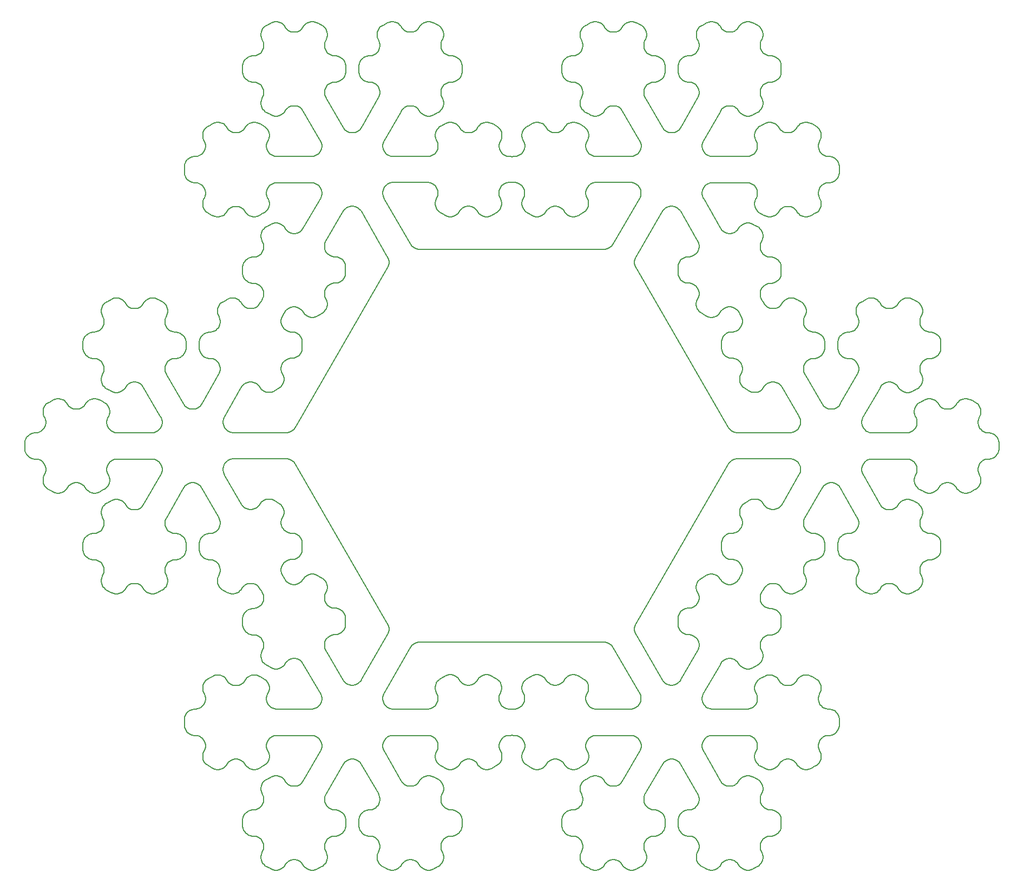
<source format=gbr>
G04 DipTrace 3.3.1.3*
G04 BoardOutline.gbr*
%MOIN*%
G04 #@! TF.FileFunction,Profile*
G04 #@! TF.Part,Single*
%ADD11C,0.005512*%
%FSLAX26Y26*%
G04*
G70*
G90*
G75*
G01*
G04 BoardOutline*
%LPD*%
X1945801Y5623478D2*
D11*
X1934475D1*
X1923307Y5621509D1*
X1912664Y5617638D1*
X1884528Y5601404D1*
X1874724Y5595735D1*
X1866037Y5588451D1*
X1858753Y5579764D1*
X1853071Y5569934D1*
X1849186Y5559291D1*
X1847231Y5548123D1*
Y5536785D1*
X1849186Y5525617D1*
X1853071Y5514987D1*
X1858753Y5505157D1*
X1862612Y5494514D1*
X1864593Y5483346D1*
Y5472008D1*
X1862612Y5460840D1*
X1858753Y5450197D1*
X1853071Y5440381D1*
X1845787Y5431693D1*
X1837100Y5424409D1*
X1827297Y5418727D1*
X1816640Y5414869D1*
X1805459Y5412887D1*
X1794134D1*
X1782979Y5410919D1*
X1772323Y5407034D1*
X1762520Y5401378D1*
X1753832Y5394094D1*
X1746549Y5385407D1*
X1740866Y5375577D1*
X1736982Y5364934D1*
X1735013Y5353766D1*
Y5321299D1*
Y5309961D1*
X1736982Y5298793D1*
X1740866Y5288136D1*
X1746549Y5278333D1*
X1753832Y5269646D1*
X1762520Y5262362D1*
X1772323Y5256680D1*
X1782979Y5252795D1*
X1794134Y5250840D1*
X1805459D1*
X1816640Y5248871D1*
X1827297Y5244987D1*
X1837100Y5239304D1*
X1845787Y5232021D1*
X1853071Y5223333D1*
X1858753Y5213530D1*
X1862612Y5202874D1*
X1864593Y5191719D1*
Y5180367D1*
X1862612Y5169213D1*
X1858753Y5158556D1*
X1853071Y5148753D1*
X1849186Y5138084D1*
X1847231Y5126916D1*
Y5115591D1*
X1849186Y5104436D1*
X1853071Y5093780D1*
X1858753Y5083976D1*
X1866037Y5075289D1*
X1874724Y5068005D1*
X1902835Y5051772D1*
X1912664Y5046089D1*
X1923307Y5042205D1*
X1934475Y5040223D1*
X1945801D1*
X1956969Y5042205D1*
X1967612Y5046089D1*
X1977441Y5051772D1*
X1986129Y5059055D1*
X1993412Y5067743D1*
X1999068Y5077546D1*
X2006352Y5086234D1*
X2015039Y5093517D1*
X2024869Y5099186D1*
X2035512Y5103058D1*
X2046680Y5105026D1*
X2058005D1*
X2069173Y5103058D1*
X2079843Y5099186D1*
X2089646Y5093517D1*
X2098333Y5086234D1*
X2105617Y5077546D1*
X2211168Y4894738D1*
X2216824Y4884921D1*
X2220709Y4874278D1*
X2222677Y4863110D1*
Y4851772D1*
X2220709Y4840604D1*
X2216824Y4829948D1*
X2211168Y4820131D1*
X2203885Y4811444D1*
X2195197Y4804160D1*
X2185367Y4798491D1*
X2174724Y4794619D1*
X2163556Y4792651D1*
X1952480D1*
X1941129D1*
X1929974Y4794619D1*
X1919318Y4798491D1*
X1909514Y4804160D1*
X1900827Y4811444D1*
X1893543Y4820131D1*
X1887861Y4829948D1*
X1883976Y4840604D1*
X1882008Y4851772D1*
Y4863110D1*
X1883976Y4874278D1*
X1887861Y4884921D1*
X1893543Y4894738D1*
X1897402Y4905381D1*
X1899383Y4916549D1*
Y4927887D1*
X1897402Y4939055D1*
X1893543Y4949698D1*
X1887861Y4959514D1*
X1880577Y4968202D1*
X1871890Y4975486D1*
X1843780Y4991732D1*
X1833950Y4997402D1*
X1823307Y5001273D1*
X1812139Y5003241D1*
X1800801D1*
X1789633Y5001273D1*
X1778976Y4997402D1*
X1769173Y4991732D1*
X1760486Y4984449D1*
X1753202Y4975761D1*
X1747520Y4965932D1*
X1740236Y4957244D1*
X1731549Y4949961D1*
X1721745Y4944304D1*
X1711089Y4940420D1*
X1699934Y4938438D1*
X1688609D1*
X1677428Y4940420D1*
X1666772Y4944304D1*
X1656969Y4949961D1*
X1648281Y4957244D1*
X1640997Y4965932D1*
X1635315Y4975761D1*
X1628031Y4984449D1*
X1619344Y4991732D1*
X1609541Y4997402D1*
X1598885Y5001273D1*
X1587717Y5003241D1*
X1576378D1*
X1565236Y5001273D1*
X1554567Y4997402D1*
X1526457Y4981142D1*
X1516627Y4975486D1*
X1507940Y4968202D1*
X1500656Y4959514D1*
X1495000Y4949698D1*
X1491115Y4939055D1*
X1489134Y4927887D1*
Y4916549D1*
X1491115Y4905381D1*
X1495000Y4894738D1*
X1500656Y4884921D1*
X1504541Y4874278D1*
X1506509Y4863110D1*
Y4851772D1*
X1504541Y4840604D1*
X1500656Y4829948D1*
X1495000Y4820131D1*
X1487690Y4811444D1*
X1479029Y4804160D1*
X1469199Y4798491D1*
X1458556Y4794619D1*
X1447388Y4792651D1*
X1436063D1*
X1424895Y4790682D1*
X1414226Y4786785D1*
X1404423Y4781115D1*
X1395735Y4773832D1*
X1388451Y4765144D1*
X1382782Y4755341D1*
X1378911Y4744672D1*
X1376942Y4733530D1*
Y4701063D1*
Y4689698D1*
X1378911Y4678556D1*
X1382782Y4667900D1*
X1388451Y4658084D1*
X1395735Y4649396D1*
X1404423Y4642113D1*
X1414226Y4636444D1*
X1424895Y4632559D1*
X1436063Y4630577D1*
X1447388D1*
X1458556Y4628635D1*
X1469199Y4624738D1*
X1479029Y4619068D1*
X1487690Y4611785D1*
X1495000Y4603097D1*
X1500656Y4593294D1*
X1504541Y4582625D1*
X1506509Y4571457D1*
Y4560131D1*
X1504541Y4548976D1*
X1500656Y4538320D1*
X1495000Y4528517D1*
X1491115Y4517848D1*
X1489134Y4506680D1*
Y4495354D1*
X1491115Y4484173D1*
X1495000Y4473543D1*
X1500656Y4463714D1*
X1507940Y4455026D1*
X1516627Y4447743D1*
X1544764Y4431509D1*
X1554567Y4425853D1*
X1565236Y4421969D1*
X1576378Y4419987D1*
X1587717D1*
X1598885Y4421969D1*
X1609541Y4425853D1*
X1619344Y4431509D1*
X1628031Y4438793D1*
X1635315Y4447480D1*
X1640997Y4457310D1*
X1648281Y4465984D1*
X1656969Y4473268D1*
X1666772Y4478924D1*
X1677428Y4482822D1*
X1688609Y4484790D1*
X1699934D1*
X1711089Y4482822D1*
X1721745Y4478924D1*
X1731549Y4473268D1*
X1740236Y4465984D1*
X1747520Y4457310D1*
X1753202Y4447480D1*
X1760486Y4438793D1*
X1769173Y4431509D1*
X1778976Y4425853D1*
X1789633Y4421969D1*
X1800801Y4419987D1*
X1812139D1*
X1823307Y4421969D1*
X1833950Y4425853D1*
X1862087Y4442087D1*
X1871890Y4447756D1*
X1880577Y4455039D1*
X1887861Y4463714D1*
X1893543Y4473543D1*
X1897402Y4484173D1*
X1899383Y4495354D1*
Y4506680D1*
X1897402Y4517848D1*
X1893543Y4528517D1*
X1887861Y4538320D1*
X1883976Y4548976D1*
X1882008Y4560131D1*
Y4571457D1*
X1883976Y4582625D1*
X1887861Y4593294D1*
X1893543Y4603097D1*
X1900827Y4611785D1*
X1909514Y4619068D1*
X1919318Y4624738D1*
X1929974Y4628635D1*
X1941129Y4630577D1*
X2152231D1*
X2163556D1*
X2174724Y4628635D1*
X2185367Y4624738D1*
X2195197Y4619068D1*
X2203885Y4611785D1*
X2211168Y4603097D1*
X2216824Y4593294D1*
X2220709Y4582625D1*
X2222677Y4571457D1*
Y4560131D1*
X2220709Y4548976D1*
X2216824Y4538320D1*
X2111286Y4355512D1*
X2105617Y4345696D1*
X2098333Y4337008D1*
X2089646Y4329724D1*
X2079843Y4324042D1*
X2069173Y4320184D1*
X2058005Y4318202D1*
X2046680D1*
X2035512Y4320184D1*
X2024869Y4324042D1*
X2015039Y4329724D1*
X2006352Y4337008D1*
X1999068Y4345696D1*
X1993412Y4355512D1*
X1986129Y4364199D1*
X1977441Y4371483D1*
X1967612Y4377139D1*
X1956969Y4381024D1*
X1945801Y4383005D1*
X1934475D1*
X1923307Y4381024D1*
X1912664Y4377139D1*
X1884528Y4360906D1*
X1874724Y4355236D1*
X1866037Y4347953D1*
X1858753Y4339265D1*
X1853071Y4329449D1*
X1849186Y4318819D1*
X1847231Y4307651D1*
Y4296312D1*
X1849186Y4285144D1*
X1853071Y4274488D1*
X1858753Y4264672D1*
X1862638Y4254016D1*
X1864593Y4242861D1*
Y4231509D1*
X1862638Y4220367D1*
X1858753Y4209698D1*
X1853071Y4199895D1*
X1845787Y4191207D1*
X1837100Y4183924D1*
X1827297Y4178255D1*
X1816640Y4174370D1*
X1805459Y4172415D1*
X1794134D1*
X1782979Y4170433D1*
X1772323Y4166549D1*
X1762520Y4160879D1*
X1753832Y4153596D1*
X1746549Y4144908D1*
X1740866Y4135092D1*
X1736982Y4124436D1*
X1735013Y4113268D1*
Y4080801D1*
Y4069462D1*
X1736982Y4058294D1*
X1740866Y4047651D1*
X1746549Y4037835D1*
X1753832Y4029147D1*
X1762520Y4021864D1*
X1772323Y4016207D1*
X1782979Y4012310D1*
X1794134Y4010341D1*
X1805459D1*
X1816640Y4008386D1*
X1827297Y4004501D1*
X1837100Y3998832D1*
X1845787Y3991549D1*
X1853071Y3982861D1*
X1858753Y3973045D1*
X1862638Y3962388D1*
X1864593Y3951247D1*
Y3939882D1*
X1862638Y3928740D1*
X1858753Y3918084D1*
X1853071Y3908255D1*
X1850026Y3899895D1*
X1844199Y3892953D1*
X1838530Y3883150D1*
X1831247Y3874462D1*
X1822559Y3867178D1*
X1812743Y3861496D1*
X1802087Y3857638D1*
X1790932Y3855656D1*
X1779606D1*
X1768438Y3857638D1*
X1757782Y3861496D1*
X1747966Y3867178D1*
X1739278Y3874462D1*
X1731995Y3883150D1*
X1726325Y3892953D1*
X1719042Y3901640D1*
X1710354Y3908924D1*
X1700551Y3914593D1*
X1689882Y3918491D1*
X1678740Y3920433D1*
X1667388D1*
X1656234Y3918491D1*
X1645577Y3914593D1*
X1617454Y3898360D1*
X1607625Y3892690D1*
X1598937Y3885407D1*
X1591654Y3876719D1*
X1585997Y3866916D1*
X1582113Y3856247D1*
X1580144Y3845079D1*
Y3833753D1*
X1582113Y3822598D1*
X1585997Y3811942D1*
X1591654Y3802113D1*
X1595538Y3791470D1*
X1597520Y3780302D1*
Y3768963D1*
X1595538Y3757795D1*
X1591654Y3747165D1*
X1585997Y3737336D1*
X1578714Y3728648D1*
X1570026Y3721365D1*
X1560210Y3715709D1*
X1549567Y3711824D1*
X1538399Y3709843D1*
X1527060D1*
X1515892Y3707874D1*
X1505236Y3704003D1*
X1495420Y3698333D1*
X1486745Y3691050D1*
X1479449Y3682362D1*
X1473780Y3672559D1*
X1469908Y3661890D1*
X1467940Y3650722D1*
Y3618255D1*
Y3606916D1*
X1469908Y3595748D1*
X1473780Y3585105D1*
X1479449Y3575289D1*
X1486745Y3566601D1*
X1495420Y3559318D1*
X1505236Y3553661D1*
X1515892Y3549777D1*
X1527060Y3547795D1*
X1538399D1*
X1549567Y3545840D1*
X1560210Y3541955D1*
X1570026Y3536286D1*
X1578714Y3529003D1*
X1585997Y3520315D1*
X1591654Y3510512D1*
X1595538Y3499843D1*
X1597520Y3488701D1*
Y3477349D1*
X1595538Y3466194D1*
X1591654Y3455538D1*
X1486129Y3272730D1*
X1480446Y3262900D1*
X1473163Y3254226D1*
X1464475Y3246929D1*
X1454659Y3241273D1*
X1444016Y3237388D1*
X1432848Y3235420D1*
X1421509D1*
X1410341Y3237388D1*
X1399698Y3241273D1*
X1389882Y3246929D1*
X1381194Y3254226D1*
X1373911Y3262900D1*
X1268373Y3445722D1*
X1262703Y3455538D1*
X1258819Y3466194D1*
X1256837Y3477349D1*
Y3488701D1*
X1258819Y3499843D1*
X1262703Y3510512D1*
X1268373Y3520315D1*
X1275656Y3529003D1*
X1284344Y3536286D1*
X1294147Y3541955D1*
X1304816Y3545840D1*
X1315958Y3547795D1*
X1327297D1*
X1338465Y3549777D1*
X1349121Y3553661D1*
X1358937Y3559318D1*
X1367625Y3566601D1*
X1374908Y3575289D1*
X1380577Y3585105D1*
X1384462Y3595748D1*
X1386417Y3606916D1*
Y3639396D1*
Y3650748D1*
X1384462Y3661890D1*
X1380577Y3672559D1*
X1374908Y3682362D1*
X1367625Y3691050D1*
X1358937Y3698333D1*
X1349121Y3704003D1*
X1338465Y3707874D1*
X1327297Y3709843D1*
X1315958D1*
X1304816Y3711824D1*
X1294147Y3715709D1*
X1284344Y3721365D1*
X1275656Y3728648D1*
X1268373Y3737336D1*
X1262703Y3747165D1*
X1258819Y3757795D1*
X1256837Y3768963D1*
Y3780302D1*
X1258819Y3791470D1*
X1262703Y3802113D1*
X1268373Y3811942D1*
X1272244Y3822598D1*
X1274213Y3833753D1*
Y3845079D1*
X1272244Y3856247D1*
X1268373Y3866916D1*
X1262703Y3876719D1*
X1255420Y3885407D1*
X1246732Y3892690D1*
X1218609Y3908924D1*
X1208780Y3914593D1*
X1198150Y3918491D1*
X1186969Y3920433D1*
X1175643D1*
X1164475Y3918491D1*
X1153819Y3914593D1*
X1144003Y3908924D1*
X1135315Y3901640D1*
X1128031Y3892953D1*
X1122362Y3883150D1*
X1115079Y3874462D1*
X1106391Y3867178D1*
X1096588Y3861496D1*
X1085919Y3857638D1*
X1074777Y3855656D1*
X1063425D1*
X1052270Y3857638D1*
X1041614Y3861496D1*
X1031798Y3867178D1*
X1023110Y3874462D1*
X1015827Y3883150D1*
X1010157Y3892953D1*
X1002874Y3901640D1*
X994186Y3908924D1*
X984383Y3914593D1*
X973714Y3918491D1*
X962546Y3920433D1*
X951220D1*
X940052Y3918491D1*
X929409Y3914593D1*
X901286Y3898360D1*
X891457Y3892690D1*
X882782Y3885407D1*
X875486Y3876719D1*
X869816Y3866916D1*
X865945Y3856247D1*
X863976Y3845079D1*
Y3833753D1*
X865945Y3822598D1*
X869816Y3811942D1*
X875486Y3802113D1*
X879383Y3791470D1*
X881352Y3780302D1*
Y3768963D1*
X879383Y3757795D1*
X875486Y3747165D1*
X869816Y3737336D1*
X862533Y3728648D1*
X853845Y3721365D1*
X844042Y3715709D1*
X833373Y3711824D1*
X822231Y3709843D1*
X810892D1*
X799724Y3707874D1*
X789068Y3704003D1*
X779265Y3698333D1*
X770577Y3691050D1*
X763294Y3682362D1*
X757612Y3672559D1*
X753753Y3661890D1*
X751772Y3650748D1*
Y3618255D1*
Y3606916D1*
X753753Y3595748D1*
X757612Y3585105D1*
X763294Y3575289D1*
X770577Y3566601D1*
X779265Y3559318D1*
X789068Y3553661D1*
X799724Y3549777D1*
X810892Y3547795D1*
X822231D1*
X833373Y3545840D1*
X844042Y3541955D1*
X853845Y3536286D1*
X862533Y3529003D1*
X869816Y3520315D1*
X875486Y3510512D1*
X879383Y3499843D1*
X881352Y3488701D1*
Y3477349D1*
X879383Y3466194D1*
X875486Y3455538D1*
X869816Y3445722D1*
X865945Y3435066D1*
X863976Y3423898D1*
Y3412559D1*
X865945Y3401391D1*
X869816Y3390748D1*
X875486Y3380932D1*
X882782Y3372244D1*
X891457Y3364961D1*
X919606Y3348727D1*
X929409Y3343071D1*
X940052Y3339173D1*
X951220Y3337205D1*
X962546D1*
X973714Y3339173D1*
X984383Y3343071D1*
X994186Y3348727D1*
X1002874Y3356010D1*
X1010157Y3364698D1*
X1015827Y3374514D1*
X1023110Y3383202D1*
X1031798Y3390486D1*
X1041614Y3396142D1*
X1052270Y3400026D1*
X1063425Y3402008D1*
X1074777D1*
X1085919Y3400026D1*
X1096588Y3396142D1*
X1106391Y3390486D1*
X1115079Y3383202D1*
X1122362Y3374514D1*
X1227913Y3191693D1*
X1233583Y3181890D1*
X1237454Y3171234D1*
X1239423Y3160066D1*
Y3148727D1*
X1237454Y3137585D1*
X1233583Y3126916D1*
X1227913Y3117100D1*
X1220630Y3108425D1*
X1211942Y3101129D1*
X1202126Y3095472D1*
X1191470Y3091575D1*
X1180302Y3089633D1*
X969226D1*
X957887D1*
X946706Y3091575D1*
X936063Y3095472D1*
X926234Y3101129D1*
X917546Y3108425D1*
X910262Y3117100D1*
X904580Y3126916D1*
X900722Y3137585D1*
X898753Y3148727D1*
Y3160066D1*
X900722Y3171234D1*
X904580Y3181890D1*
X910262Y3191693D1*
X914147Y3202362D1*
X916115Y3213530D1*
Y3224856D1*
X914147Y3236037D1*
X910262Y3246667D1*
X904580Y3256496D1*
X897297Y3265171D1*
X888635Y3272467D1*
X860499Y3288701D1*
X850696Y3294357D1*
X840026Y3298241D1*
X828858Y3300223D1*
X817533D1*
X806378Y3298241D1*
X795722Y3294357D1*
X785919Y3288701D1*
X777231Y3281417D1*
X769948Y3272730D1*
X764265Y3262900D1*
X756982Y3254226D1*
X748294Y3246929D1*
X738491Y3241273D1*
X727822Y3237388D1*
X716654Y3235420D1*
X705328D1*
X694160Y3237388D1*
X683517Y3241273D1*
X673688Y3246929D1*
X665000Y3254226D1*
X657717Y3262900D1*
X652060Y3272730D1*
X644777Y3281417D1*
X636089Y3288701D1*
X626260Y3294357D1*
X615630Y3298241D1*
X604449Y3300223D1*
X593123D1*
X581955Y3298241D1*
X571312Y3294357D1*
X543176Y3278123D1*
X533373Y3272467D1*
X524685Y3265171D1*
X517402Y3256496D1*
X511719Y3246667D1*
X507835Y3236037D1*
X505866Y3224856D1*
Y3213530D1*
X507835Y3202362D1*
X511719Y3191693D1*
X517402Y3181890D1*
X521260Y3171234D1*
X523241Y3160066D1*
Y3148727D1*
X521260Y3137585D1*
X517402Y3126916D1*
X511719Y3117100D1*
X504436Y3108425D1*
X495748Y3101129D1*
X485945Y3095472D1*
X475289Y3091575D1*
X464121Y3089633D1*
X452782D1*
X441680Y3087651D1*
X431010Y3083766D1*
X421207Y3078110D1*
X412520Y3070814D1*
X405236Y3062139D1*
X399554Y3052310D1*
X395669Y3041680D1*
X393701Y3030499D1*
Y2998031D1*
Y2986680D1*
X395669Y2975538D1*
X399554Y2964869D1*
X405236Y2955039D1*
X412520Y2946378D1*
X421207Y2939068D1*
X431010Y2933412D1*
X441680Y2929528D1*
X452822Y2927585D1*
X464173D1*
X475328Y2925604D1*
X485984Y2921719D1*
X495787Y2916063D1*
X504475Y2908766D1*
X511759Y2900092D1*
X517441Y2890262D1*
X521325Y2879633D1*
X523281Y2868451D1*
Y2857126D1*
X521325Y2845958D1*
X517441Y2835289D1*
X511759Y2825486D1*
X507874Y2814829D1*
X505919Y2803661D1*
Y2792323D1*
X507874Y2781181D1*
X511759Y2770512D1*
X517441Y2760682D1*
X524724Y2752021D1*
X533412Y2744711D1*
X561522Y2728478D1*
X571352Y2722822D1*
X581995Y2718937D1*
X593163Y2716969D1*
X604501D1*
X615669Y2718937D1*
X626312Y2722822D1*
X636129Y2728478D1*
X644816Y2735761D1*
X652100Y2744449D1*
X657756Y2754278D1*
X665066Y2762966D1*
X673727Y2770249D1*
X683556Y2775906D1*
X694199Y2779790D1*
X705367Y2781772D1*
X716693D1*
X727874Y2779790D1*
X738530Y2775906D1*
X748333Y2770249D1*
X757021Y2762966D1*
X764304Y2754278D1*
X769987Y2744449D1*
X777270Y2735761D1*
X785958Y2728478D1*
X795761Y2722822D1*
X806417Y2718937D1*
X817572Y2716969D1*
X828924D1*
X840066Y2718937D1*
X850735Y2722822D1*
X878845Y2739068D1*
X888675Y2744711D1*
X897362Y2752021D1*
X904646Y2760682D1*
X910302Y2770512D1*
X914186Y2781181D1*
X916168Y2792323D1*
Y2803661D1*
X914186Y2814829D1*
X910302Y2825486D1*
X904646Y2835289D1*
X900761Y2845958D1*
X898793Y2857126D1*
Y2868451D1*
X900761Y2879633D1*
X904646Y2890262D1*
X910302Y2900092D1*
X917585Y2908766D1*
X926273Y2916063D1*
X936102Y2921719D1*
X946745Y2925604D1*
X957913Y2927585D1*
X1168990D1*
X1180341D1*
X1191496Y2925604D1*
X1202152Y2921719D1*
X1211955Y2916063D1*
X1220643Y2908766D1*
X1227927Y2900092D1*
X1233609Y2890262D1*
X1237493Y2879633D1*
X1239462Y2868451D1*
Y2857126D1*
X1237493Y2845958D1*
X1233609Y2835289D1*
X1128058Y2652493D1*
X1122402Y2642664D1*
X1115092Y2634003D1*
X1106430Y2626693D1*
X1096601Y2621037D1*
X1085958Y2617152D1*
X1074790Y2615184D1*
X1063465D1*
X1052297Y2617152D1*
X1041627Y2621037D1*
X1031824Y2626693D1*
X1023136Y2634003D1*
X1015853Y2642664D1*
X1010171Y2652493D1*
X1002887Y2661181D1*
X994199Y2668465D1*
X984396Y2674121D1*
X973740Y2678005D1*
X962585Y2679974D1*
X951234D1*
X940092Y2678005D1*
X929423Y2674121D1*
X901312Y2657887D1*
X891483Y2652231D1*
X882795Y2644948D1*
X875512Y2636260D1*
X869856Y2626430D1*
X865971Y2615787D1*
X864003Y2604619D1*
Y2593294D1*
X865971Y2582126D1*
X869856Y2571457D1*
X875512Y2561654D1*
X879396Y2550997D1*
X881378Y2539843D1*
Y2528491D1*
X879396Y2517336D1*
X875512Y2506680D1*
X869856Y2496877D1*
X862572Y2488189D1*
X853885Y2480906D1*
X844055Y2475223D1*
X833425Y2471339D1*
X822244Y2469383D1*
X810919D1*
X799751Y2467415D1*
X789108Y2463530D1*
X779278Y2457874D1*
X770591Y2450591D1*
X763307Y2441903D1*
X757638Y2432073D1*
X753766Y2421430D1*
X751798Y2410262D1*
Y2377795D1*
Y2366457D1*
X753766Y2355289D1*
X757638Y2344633D1*
X763307Y2334829D1*
X770591Y2326142D1*
X779278Y2318858D1*
X789108Y2313176D1*
X799751Y2309318D1*
X810919Y2307336D1*
X822244D1*
X833425Y2305367D1*
X844055Y2301496D1*
X853885Y2295827D1*
X862572Y2288543D1*
X869856Y2279856D1*
X875512Y2270026D1*
X879396Y2259383D1*
X881378Y2248215D1*
Y2236890D1*
X879396Y2225722D1*
X875512Y2215079D1*
X869856Y2205249D1*
X865971Y2194606D1*
X864003Y2183438D1*
Y2172100D1*
X865971Y2160932D1*
X869856Y2150276D1*
X875512Y2140472D1*
X882795Y2131785D1*
X891483Y2124501D1*
X919619Y2108268D1*
X929423Y2102585D1*
X940092Y2098701D1*
X951234Y2096745D1*
X962585D1*
X973740Y2098701D1*
X984396Y2102585D1*
X994199Y2108268D1*
X1002887Y2115551D1*
X1010171Y2124239D1*
X1015853Y2134042D1*
X1023136Y2142730D1*
X1031824Y2150013D1*
X1041627Y2155682D1*
X1052297Y2159554D1*
X1063465Y2161522D1*
X1074790D1*
X1085958Y2159554D1*
X1096601Y2155682D1*
X1106430Y2150013D1*
X1115092Y2142730D1*
X1122402Y2134042D1*
X1128058Y2124239D1*
X1135341Y2115551D1*
X1144029Y2108268D1*
X1153858Y2102585D1*
X1164488Y2098701D1*
X1175669Y2096745D1*
X1186995D1*
X1198163Y2098701D1*
X1208806Y2102585D1*
X1236942Y2118819D1*
X1246745Y2124501D1*
X1255433Y2131785D1*
X1262717Y2140472D1*
X1268399Y2150276D1*
X1272283Y2160932D1*
X1274239Y2172100D1*
Y2183438D1*
X1272283Y2194606D1*
X1268399Y2205249D1*
X1262717Y2215079D1*
X1258832Y2225722D1*
X1256877Y2236890D1*
Y2248215D1*
X1258832Y2259383D1*
X1262717Y2270026D1*
X1268399Y2279856D1*
X1275682Y2288543D1*
X1284370Y2295827D1*
X1294173Y2301496D1*
X1304829Y2305367D1*
X1315997Y2307336D1*
X1327336D1*
X1338478Y2309318D1*
X1349147Y2313176D1*
X1358950Y2318858D1*
X1367638Y2326142D1*
X1374921Y2334829D1*
X1380604Y2344633D1*
X1384488Y2355289D1*
X1386457Y2366457D1*
Y2398937D1*
Y2410262D1*
X1384488Y2421430D1*
X1380604Y2432073D1*
X1374921Y2441903D1*
X1367638Y2450591D1*
X1358950Y2457874D1*
X1349147Y2463530D1*
X1338478Y2467415D1*
X1327336Y2469383D1*
X1315997D1*
X1304829Y2471339D1*
X1294173Y2475223D1*
X1284370Y2480906D1*
X1275682Y2488189D1*
X1268399Y2496877D1*
X1262717Y2506680D1*
X1258832Y2517336D1*
X1256877Y2528491D1*
Y2539843D1*
X1258832Y2550997D1*
X1262717Y2561654D1*
X1368268Y2744449D1*
X1373950Y2754278D1*
X1381234Y2762966D1*
X1389921Y2770249D1*
X1399724Y2775906D1*
X1410381Y2779790D1*
X1421535Y2781772D1*
X1432861D1*
X1444029Y2779790D1*
X1454698Y2775906D1*
X1464501Y2770249D1*
X1473189Y2762966D1*
X1480472Y2754278D1*
X1586024Y2571457D1*
X1591693Y2561654D1*
X1595564Y2550997D1*
X1597533Y2539843D1*
Y2528491D1*
X1595564Y2517336D1*
X1591693Y2506680D1*
X1586024Y2496877D1*
X1578740Y2488189D1*
X1570052Y2480906D1*
X1560223Y2475223D1*
X1549580Y2471339D1*
X1538412Y2469383D1*
X1527087D1*
X1515919Y2467415D1*
X1505276Y2463530D1*
X1495446Y2457874D1*
X1486759Y2450591D1*
X1479475Y2441903D1*
X1473819Y2432073D1*
X1469934Y2421430D1*
X1467966Y2410262D1*
Y2377795D1*
Y2366457D1*
X1469934Y2355289D1*
X1473819Y2344633D1*
X1479475Y2334829D1*
X1486759Y2326142D1*
X1495446Y2318858D1*
X1505276Y2313176D1*
X1515919Y2309318D1*
X1527087Y2307336D1*
X1538412D1*
X1549580Y2305367D1*
X1560223Y2301496D1*
X1570052Y2295827D1*
X1578740Y2288543D1*
X1586024Y2279856D1*
X1591693Y2270026D1*
X1595564Y2259383D1*
X1597533Y2248215D1*
Y2236890D1*
X1595564Y2225735D1*
X1591693Y2215079D1*
X1586024Y2205249D1*
X1582139Y2194606D1*
X1580157Y2183438D1*
Y2172100D1*
X1582139Y2160932D1*
X1586024Y2150302D1*
X1591693Y2140472D1*
X1598976Y2131785D1*
X1607664Y2124501D1*
X1635787Y2108268D1*
X1645591Y2102585D1*
X1656260Y2098727D1*
X1667428Y2096745D1*
X1678753D1*
X1689908Y2098727D1*
X1700564Y2102585D1*
X1710367Y2108268D1*
X1719055Y2115551D1*
X1726339Y2124239D1*
X1732021Y2134055D1*
X1739304Y2142730D1*
X1747992Y2150013D1*
X1757822Y2155682D1*
X1768451Y2159567D1*
X1779619Y2161522D1*
X1790958D1*
X1802126Y2159567D1*
X1812769Y2155682D1*
X1822598Y2150013D1*
X1831286Y2142730D1*
X1838570Y2134055D1*
X1844226Y2124239D1*
X1850066Y2117270D1*
X1853097Y2108950D1*
X1858753Y2099134D1*
X1862638Y2088465D1*
X1864606Y2077323D1*
Y2065984D1*
X1862638Y2054816D1*
X1858753Y2044160D1*
X1853097Y2034344D1*
X1845787Y2025656D1*
X1837126Y2018373D1*
X1827297Y2012703D1*
X1816654Y2008819D1*
X1805486Y2006837D1*
X1794147D1*
X1782979Y2004869D1*
X1772323Y2001010D1*
X1762520Y1995328D1*
X1753832Y1988045D1*
X1746549Y1979357D1*
X1740866Y1969554D1*
X1737008Y1958885D1*
X1735026Y1947717D1*
Y1915249D1*
Y1903924D1*
X1737008Y1892743D1*
X1740866Y1882113D1*
X1746549Y1872283D1*
X1753832Y1863596D1*
X1762520Y1856312D1*
X1772323Y1850656D1*
X1782979Y1846772D1*
X1794147Y1844790D1*
X1805486D1*
X1816654Y1842822D1*
X1827297Y1838937D1*
X1837126Y1833281D1*
X1845787Y1825997D1*
X1853097Y1817310D1*
X1858753Y1807480D1*
X1862638Y1796837D1*
X1864606Y1785669D1*
Y1774344D1*
X1862638Y1763176D1*
X1858753Y1752533D1*
X1853097Y1742703D1*
X1849199Y1732060D1*
X1847231Y1720892D1*
Y1709567D1*
X1849199Y1698386D1*
X1853097Y1687730D1*
X1858753Y1677927D1*
X1866037Y1669239D1*
X1874724Y1661955D1*
X1902861Y1645722D1*
X1912664Y1640039D1*
X1923320Y1636181D1*
X1934475Y1634199D1*
X1945801D1*
X1956969Y1636181D1*
X1967638Y1640039D1*
X1977441Y1645722D1*
X1986129Y1653005D1*
X1993412Y1661693D1*
X1999081Y1671496D1*
X2006378Y1680184D1*
X2015052Y1687467D1*
X2024869Y1693150D1*
X2035525Y1697034D1*
X2046693Y1699003D1*
X2058031D1*
X2069173Y1697034D1*
X2079843Y1693150D1*
X2089646Y1687467D1*
X2098333Y1680184D1*
X2105617Y1671496D1*
X2211168Y1488701D1*
X2216837Y1478885D1*
X2220722Y1468228D1*
X2222677Y1457060D1*
Y1445722D1*
X2220722Y1434554D1*
X2216837Y1423911D1*
X2211168Y1414094D1*
X2203885Y1405407D1*
X2195197Y1398123D1*
X2185394Y1392467D1*
X2174724Y1388583D1*
X2163556Y1386601D1*
X1952480D1*
X1941142D1*
X1929974Y1388583D1*
X1919331Y1392467D1*
X1909514Y1398123D1*
X1900827Y1405407D1*
X1893543Y1414094D1*
X1887861Y1423911D1*
X1883990Y1434554D1*
X1882021Y1445722D1*
Y1457060D1*
X1883990Y1468228D1*
X1887861Y1478885D1*
X1893543Y1488701D1*
X1897428Y1499357D1*
X1899396Y1510512D1*
Y1521837D1*
X1897428Y1533005D1*
X1893543Y1543675D1*
X1887861Y1553478D1*
X1880577Y1562165D1*
X1871890Y1569449D1*
X1843780Y1585682D1*
X1833963Y1591352D1*
X1823307Y1595236D1*
X1812139Y1597218D1*
X1800801D1*
X1789633Y1595236D1*
X1778990Y1591352D1*
X1769186Y1585682D1*
X1760499Y1578399D1*
X1753215Y1569711D1*
X1747546Y1559908D1*
X1740262Y1551220D1*
X1731575Y1543937D1*
X1721745Y1538255D1*
X1711102Y1534370D1*
X1699934Y1532415D1*
X1688609D1*
X1677428Y1534370D1*
X1666798Y1538255D1*
X1656969Y1543937D1*
X1648281Y1551220D1*
X1640997Y1559908D1*
X1635341Y1569711D1*
X1628058Y1578399D1*
X1619370Y1585682D1*
X1609541Y1591352D1*
X1598898Y1595236D1*
X1587730Y1597218D1*
X1576404D1*
X1565236Y1595236D1*
X1554567Y1591352D1*
X1526457Y1575118D1*
X1516640Y1569449D1*
X1507953Y1562165D1*
X1500669Y1553478D1*
X1495000Y1543675D1*
X1491115Y1533005D1*
X1489134Y1521837D1*
Y1510512D1*
X1491115Y1499357D1*
X1495000Y1488701D1*
X1500669Y1478885D1*
X1504541Y1468228D1*
X1506509Y1457060D1*
Y1445722D1*
X1504541Y1434554D1*
X1500669Y1423911D1*
X1495000Y1414094D1*
X1487717Y1405420D1*
X1479029Y1398123D1*
X1469226Y1392467D1*
X1458556Y1388583D1*
X1447388Y1386601D1*
X1436063D1*
X1424895Y1384633D1*
X1414252Y1380761D1*
X1404423Y1375092D1*
X1395761Y1367808D1*
X1388478Y1359121D1*
X1382795Y1349318D1*
X1378911Y1338648D1*
X1376942Y1327480D1*
Y1295013D1*
Y1283675D1*
X1378911Y1272507D1*
X1382795Y1261864D1*
X1388478Y1252047D1*
X1395761Y1243360D1*
X1404423Y1236076D1*
X1414252Y1230394D1*
X1424895Y1226535D1*
X1436063Y1224554D1*
X1447388D1*
X1458556Y1222585D1*
X1469226Y1218701D1*
X1479029Y1213045D1*
X1487717Y1205761D1*
X1495000Y1197073D1*
X1500669Y1187244D1*
X1504541Y1176601D1*
X1506509Y1165433D1*
Y1154108D1*
X1504541Y1142927D1*
X1500669Y1132270D1*
X1495000Y1122467D1*
X1491115Y1111824D1*
X1489134Y1100656D1*
Y1089318D1*
X1491115Y1078150D1*
X1495000Y1067493D1*
X1500669Y1057690D1*
X1507953Y1049003D1*
X1516640Y1041719D1*
X1544764Y1025486D1*
X1554567Y1019803D1*
X1565236Y1015919D1*
X1576404Y1013963D1*
X1587730D1*
X1598898Y1015919D1*
X1609541Y1019803D1*
X1619370Y1025486D1*
X1628058Y1032769D1*
X1635341Y1041457D1*
X1640997Y1051260D1*
X1648281Y1059948D1*
X1656969Y1067231D1*
X1666798Y1072900D1*
X1677428Y1076785D1*
X1688609Y1078740D1*
X1699934D1*
X1711102Y1076785D1*
X1721745Y1072900D1*
X1731575Y1067231D1*
X1740262Y1059948D1*
X1747546Y1051260D1*
X1753215Y1041457D1*
X1760499Y1032769D1*
X1769186Y1025486D1*
X1778990Y1019803D1*
X1789633Y1015919D1*
X1800801Y1013963D1*
X1812139D1*
X1823307Y1015919D1*
X1833963Y1019803D1*
X1862087Y1036037D1*
X1871890Y1041719D1*
X1880577Y1049003D1*
X1887861Y1057690D1*
X1893543Y1067493D1*
X1897428Y1078150D1*
X1899396Y1089318D1*
Y1100656D1*
X1897428Y1111798D1*
X1893543Y1122467D1*
X1887861Y1132270D1*
X1883990Y1142927D1*
X1882021Y1154108D1*
Y1165433D1*
X1883990Y1176601D1*
X1887861Y1187244D1*
X1893543Y1197073D1*
X1900827Y1205761D1*
X1909514Y1213045D1*
X1919331Y1218701D1*
X1929974Y1222585D1*
X1941142Y1224554D1*
X2152231D1*
X2163556D1*
X2174724Y1222585D1*
X2185394Y1218701D1*
X2195197Y1213045D1*
X2203885Y1205761D1*
X2211168Y1197073D1*
X2216837Y1187244D1*
X2220722Y1176601D1*
X2222677Y1165433D1*
Y1154108D1*
X2220722Y1142927D1*
X2216837Y1132270D1*
X2111286Y949475D1*
X2105617Y939659D1*
X2098333Y930971D1*
X2089646Y923688D1*
X2079843Y918018D1*
X2069173Y914134D1*
X2058031Y912152D1*
X2046693D1*
X2035525Y914134D1*
X2024869Y918018D1*
X2015052Y923688D1*
X2006378Y930971D1*
X1999081Y939659D1*
X1993412Y949475D1*
X1986129Y958163D1*
X1977441Y965446D1*
X1967638Y971115D1*
X1956969Y974987D1*
X1945827Y976955D1*
X1934475D1*
X1923320Y974987D1*
X1912664Y971115D1*
X1884541Y954882D1*
X1874724Y949213D1*
X1866037Y941916D1*
X1858753Y933241D1*
X1853097Y923425D1*
X1849199Y912769D1*
X1847231Y901601D1*
Y890262D1*
X1849199Y879094D1*
X1853097Y868451D1*
X1858753Y858635D1*
X1862638Y847992D1*
X1864606Y836824D1*
Y825486D1*
X1862638Y814318D1*
X1858753Y803675D1*
X1853097Y793845D1*
X1845814Y785157D1*
X1837126Y777874D1*
X1827297Y772205D1*
X1816654Y768333D1*
X1805486Y766365D1*
X1794147D1*
X1782979Y764396D1*
X1772323Y760512D1*
X1762520Y754856D1*
X1753832Y747572D1*
X1746549Y738885D1*
X1740866Y729055D1*
X1737008Y718412D1*
X1735026Y707244D1*
Y674777D1*
Y663438D1*
X1737008Y652270D1*
X1740866Y641614D1*
X1746549Y631798D1*
X1753832Y623110D1*
X1762520Y615827D1*
X1772323Y610157D1*
X1782979Y606273D1*
X1794147Y604318D1*
X1805486D1*
X1816654Y602349D1*
X1827297Y598451D1*
X1837126Y592782D1*
X1845814Y585499D1*
X1853097Y576811D1*
X1858753Y567008D1*
X1862638Y556339D1*
X1864606Y545197D1*
Y533845D1*
X1862638Y522690D1*
X1858753Y512034D1*
X1853097Y502231D1*
X1849199Y491562D1*
X1847231Y480420D1*
Y469068D1*
X1849199Y457913D1*
X1853097Y447257D1*
X1858753Y437441D1*
X1866037Y428753D1*
X1874724Y421470D1*
X1902861Y405236D1*
X1912664Y399567D1*
X1923320Y395682D1*
X1934475Y393701D1*
X1945827D1*
X1956969Y395682D1*
X1967638Y399567D1*
X1977441Y405236D1*
X1986129Y412520D1*
X1993412Y421207D1*
X1999081Y431024D1*
X2006378Y439698D1*
X2015052Y446995D1*
X2024869Y452664D1*
X2035525Y456535D1*
X2046693Y458504D1*
X2058031D1*
X2069173Y456535D1*
X2079843Y452664D1*
X2089646Y446995D1*
X2098333Y439698D1*
X2105617Y431024D1*
X2111286Y421207D1*
X2118570Y412520D1*
X2127257Y405236D1*
X2137073Y399567D1*
X2147730Y395682D1*
X2158898Y393701D1*
X2170236D1*
X2181404Y395682D1*
X2192047Y399567D1*
X2220184Y415801D1*
X2229987Y421470D1*
X2238675Y428753D1*
X2245958Y437441D1*
X2251627Y447257D1*
X2255499Y457913D1*
X2257467Y469068D1*
Y480420D1*
X2255499Y491562D1*
X2251627Y502231D1*
X2245958Y512034D1*
X2242073Y522690D1*
X2240092Y533845D1*
Y545197D1*
X2242073Y556339D1*
X2245958Y567008D1*
X2251627Y576811D1*
X2258911Y585499D1*
X2267598Y592782D1*
X2277415Y598451D1*
X2288071Y602349D1*
X2299213Y604318D1*
X2310577D1*
X2321719Y606273D1*
X2332375Y610157D1*
X2342192Y615827D1*
X2350879Y623110D1*
X2358163Y631798D1*
X2363832Y641614D1*
X2367717Y652270D1*
X2369698Y663438D1*
Y695906D1*
Y707244D1*
X2367717Y718412D1*
X2363832Y729055D1*
X2358163Y738885D1*
X2350879Y747572D1*
X2342192Y754856D1*
X2332375Y760512D1*
X2321719Y764396D1*
X2310577Y766365D1*
X2299213D1*
X2288071Y768333D1*
X2277415Y772205D1*
X2267598Y777874D1*
X2258911Y785157D1*
X2251627Y793845D1*
X2245958Y803675D1*
X2242073Y814318D1*
X2240092Y825486D1*
Y836824D1*
X2242073Y847992D1*
X2245958Y858635D1*
X2351509Y1041457D1*
X2357165Y1051260D1*
X2364449Y1059948D1*
X2373136Y1067231D1*
X2382953Y1072900D1*
X2393596Y1076785D1*
X2404764Y1078740D1*
X2416102D1*
X2427270Y1076785D1*
X2437927Y1072900D1*
X2447743Y1067231D1*
X2456430Y1059948D1*
X2463714Y1051260D1*
X2569252Y868451D1*
X2574908Y858635D1*
X2578806Y847992D1*
X2580774Y836824D1*
Y825486D1*
X2578806Y814318D1*
X2574908Y803675D1*
X2569252Y793845D1*
X2561969Y785157D1*
X2553294Y777874D1*
X2543465Y772205D1*
X2532822Y768333D1*
X2521654Y766365D1*
X2510315D1*
X2499147Y764396D1*
X2488504Y760512D1*
X2478688Y754856D1*
X2470000Y747572D1*
X2462717Y738885D1*
X2457034Y729055D1*
X2453176Y718412D1*
X2451194Y707244D1*
Y674777D1*
Y663438D1*
X2453176Y652270D1*
X2457034Y641614D1*
X2462717Y631798D1*
X2470000Y623110D1*
X2478688Y615827D1*
X2488504Y610157D1*
X2499147Y606273D1*
X2510315Y604318D1*
X2521654D1*
X2532822Y602349D1*
X2543465Y598451D1*
X2553294Y592782D1*
X2561969Y585499D1*
X2569252Y576811D1*
X2574908Y567008D1*
X2578806Y556339D1*
X2580774Y545197D1*
Y533845D1*
X2578806Y522690D1*
X2574908Y512034D1*
X2569252Y502231D1*
X2565367Y491562D1*
X2563399Y480420D1*
Y469068D1*
X2565367Y457913D1*
X2569252Y447257D1*
X2574908Y437441D1*
X2582192Y428753D1*
X2590879Y421470D1*
X2619016Y405236D1*
X2628832Y399567D1*
X2639488Y395682D1*
X2650643Y393701D1*
X2661995D1*
X2673136Y395682D1*
X2683806Y399567D1*
X2693609Y405236D1*
X2702297Y412520D1*
X2709580Y421207D1*
X2715249Y431024D1*
X2722533Y439698D1*
X2731220Y446995D1*
X2741037Y452664D1*
X2751693Y456535D1*
X2762861Y458504D1*
X2774199D1*
X2785367Y456535D1*
X2795997Y452664D1*
X2805827Y446995D1*
X2814501Y439698D1*
X2821785Y431024D1*
X2827454Y421207D1*
X2834738Y412520D1*
X2843425Y405236D1*
X2853255Y399567D1*
X2863898Y395682D1*
X2875066Y393701D1*
X2886391D1*
X2897572Y395682D1*
X2908202Y399567D1*
X2936339Y415801D1*
X2946155Y421470D1*
X2954843Y428753D1*
X2962126Y437441D1*
X2967795Y447257D1*
X2971680Y457913D1*
X2973635Y469068D1*
Y480420D1*
X2971680Y491562D1*
X2967795Y502231D1*
X2962126Y512034D1*
X2958241Y522690D1*
X2956286Y533845D1*
Y545197D1*
X2958241Y556339D1*
X2962126Y567008D1*
X2967795Y576811D1*
X2975079Y585499D1*
X2983766Y592782D1*
X2993570Y598451D1*
X3004239Y602349D1*
X3015381Y604318D1*
X3026732D1*
X3037887Y606273D1*
X3048543Y610157D1*
X3058360Y615827D1*
X3067047Y623110D1*
X3074318Y631798D1*
X3080000Y641614D1*
X3083885Y652270D1*
X3085866Y663438D1*
Y695906D1*
Y707244D1*
X3083885Y718412D1*
X3080000Y729055D1*
X3074318Y738885D1*
X3067047Y747572D1*
X3058360Y754856D1*
X3048543Y760512D1*
X3037887Y764396D1*
X3026732Y766365D1*
X3015381D1*
X3004239Y768333D1*
X2993570Y772205D1*
X2983766Y777874D1*
X2975079Y785157D1*
X2967795Y793845D1*
X2962126Y803675D1*
X2958241Y814318D1*
X2956286Y825486D1*
Y836824D1*
X2958241Y847992D1*
X2962126Y858635D1*
X2967795Y868451D1*
X2971680Y879094D1*
X2973635Y890262D1*
Y901601D1*
X2971680Y912769D1*
X2967795Y923425D1*
X2962126Y933241D1*
X2954843Y941916D1*
X2946155Y949213D1*
X2918031Y965446D1*
X2908202Y971115D1*
X2897572Y974987D1*
X2886391Y976955D1*
X2875066D1*
X2863898Y974987D1*
X2853255Y971115D1*
X2843425Y965446D1*
X2834738Y958163D1*
X2827454Y949475D1*
X2821785Y939659D1*
X2814501Y930971D1*
X2805827Y923688D1*
X2795997Y918018D1*
X2785367Y914134D1*
X2774199Y912152D1*
X2762861D1*
X2751693Y914134D1*
X2741037Y918018D1*
X2731220Y923688D1*
X2722533Y930971D1*
X2715249Y939659D1*
X2609698Y1122467D1*
X2604055Y1132270D1*
X2600157Y1142927D1*
X2598189Y1154108D1*
Y1165433D1*
X2600157Y1176601D1*
X2604055Y1187244D1*
X2609698Y1197073D1*
X2616982Y1205761D1*
X2625669Y1213045D1*
X2635499Y1218701D1*
X2646142Y1222585D1*
X2657310Y1224554D1*
X2868386D1*
X2879738D1*
X2890892Y1222585D1*
X2901549Y1218701D1*
X2911365Y1213045D1*
X2920052Y1205761D1*
X2927336Y1197073D1*
X2933005Y1187244D1*
X2936890Y1176601D1*
X2938871Y1165433D1*
Y1154108D1*
X2936890Y1142927D1*
X2933005Y1132270D1*
X2927336Y1122467D1*
X2923465Y1111798D1*
X2921496Y1100656D1*
Y1089318D1*
X2923465Y1078150D1*
X2927336Y1067493D1*
X2933005Y1057690D1*
X2940289Y1049003D1*
X2948976Y1041719D1*
X2977100Y1025486D1*
X2986916Y1019803D1*
X2997559Y1015919D1*
X3008727Y1013950D1*
X3020066D1*
X3031234Y1015919D1*
X3041877Y1019803D1*
X3051706Y1025486D1*
X3060394Y1032769D1*
X3067677Y1041457D1*
X3073346Y1051260D1*
X3080630Y1059948D1*
X3089318Y1067231D1*
X3099121Y1072900D1*
X3109764Y1076772D1*
X3120932Y1078740D1*
X3132270D1*
X3143438Y1076772D1*
X3154094Y1072900D1*
X3163898Y1067231D1*
X3172585Y1059948D1*
X3179869Y1051260D1*
X3185551Y1041457D1*
X3192835Y1032769D1*
X3201522Y1025486D1*
X3211325Y1019803D1*
X3221995Y1015919D1*
X3233136Y1013950D1*
X3244488D1*
X3255643Y1015919D1*
X3266299Y1019803D1*
X3294423Y1036037D1*
X3304239Y1041719D1*
X3312927Y1049003D1*
X3320210Y1057690D1*
X3325866Y1067493D1*
X3329751Y1078150D1*
X3331732Y1089304D1*
Y1100656D1*
X3329751Y1111798D1*
X3325866Y1122467D1*
X3320210Y1132270D1*
X3316325Y1142927D1*
X3314357Y1154108D1*
Y1165433D1*
X3316325Y1176588D1*
X3320210Y1187244D1*
X3325866Y1197047D1*
X3333150Y1205735D1*
X3341837Y1213018D1*
X3351667Y1218701D1*
X3362310Y1222585D1*
X3373478Y1224554D1*
X3384816D1*
X3393675Y1226129D1*
X3402533Y1224554D1*
X3413858D1*
X3425013Y1222585D1*
X3435669Y1218701D1*
X3445472Y1213045D1*
X3454160Y1205761D1*
X3461444Y1197073D1*
X3467126Y1187244D1*
X3471010Y1176601D1*
X3472992Y1165433D1*
Y1154108D1*
X3471010Y1142927D1*
X3467126Y1132270D1*
X3461444Y1122467D1*
X3457585Y1111824D1*
X3455617Y1100656D1*
Y1089318D1*
X3457585Y1078150D1*
X3461444Y1067493D1*
X3467126Y1057690D1*
X3474409Y1049003D1*
X3483097Y1041719D1*
X3511234Y1025486D1*
X3521037Y1019803D1*
X3531680Y1015919D1*
X3542848Y1013963D1*
X3554186D1*
X3565354Y1015919D1*
X3576010Y1019803D1*
X3585814Y1025486D1*
X3594501Y1032769D1*
X3601785Y1041457D1*
X3607467Y1051260D1*
X3614751Y1059948D1*
X3623438Y1067231D1*
X3633241Y1072900D1*
X3643898Y1076785D1*
X3655052Y1078740D1*
X3666404D1*
X3677559Y1076785D1*
X3688215Y1072900D1*
X3698018Y1067231D1*
X3706706Y1059948D1*
X3713990Y1051260D1*
X3719672Y1041457D1*
X3726955Y1032769D1*
X3735643Y1025486D1*
X3745446Y1019803D1*
X3756102Y1015919D1*
X3767270Y1013963D1*
X3778609D1*
X3789777Y1015919D1*
X3800420Y1019803D1*
X3828556Y1036037D1*
X3838360Y1041719D1*
X3847047Y1049003D1*
X3854331Y1057690D1*
X3860013Y1067493D1*
X3863871Y1078150D1*
X3865853Y1089318D1*
Y1100656D1*
X3863871Y1111798D1*
X3860013Y1122467D1*
X3854331Y1132270D1*
X3850472Y1142927D1*
X3848491Y1154108D1*
Y1165433D1*
X3850472Y1176601D1*
X3854331Y1187244D1*
X3860013Y1197073D1*
X3867297Y1205761D1*
X3875984Y1213045D1*
X3885787Y1218701D1*
X3896444Y1222585D1*
X3907598Y1224554D1*
X4118701D1*
X4130026D1*
X4141194Y1222585D1*
X4151837Y1218701D1*
X4161667Y1213045D1*
X4170354Y1205761D1*
X4177638Y1197073D1*
X4183307Y1187244D1*
X4187178Y1176601D1*
X4189147Y1165433D1*
Y1154108D1*
X4187178Y1142927D1*
X4183307Y1132270D1*
X4077769Y949475D1*
X4072087Y939659D1*
X4064803Y930971D1*
X4056115Y923688D1*
X4046312Y918018D1*
X4035643Y914134D1*
X4024475Y912152D1*
X4013150D1*
X4001982Y914134D1*
X3991339Y918018D1*
X3981509Y923688D1*
X3972848Y930971D1*
X3965538Y939659D1*
X3959882Y949475D1*
X3952598Y958163D1*
X3943911Y965446D1*
X3934081Y971115D1*
X3923438Y974987D1*
X3912270Y976955D1*
X3900945D1*
X3889777Y974987D1*
X3879108Y971115D1*
X3850997Y954882D1*
X3841194Y949213D1*
X3832507Y941916D1*
X3825223Y933241D1*
X3819541Y923425D1*
X3815656Y912769D1*
X3813701Y901601D1*
Y890262D1*
X3815656Y879094D1*
X3819541Y868451D1*
X3825223Y858635D1*
X3829081Y847992D1*
X3831063Y836824D1*
Y825486D1*
X3829081Y814318D1*
X3825223Y803675D1*
X3819541Y793845D1*
X3812257Y785157D1*
X3803570Y777874D1*
X3793740Y772205D1*
X3783110Y768333D1*
X3771942Y766365D1*
X3760604D1*
X3749436Y764396D1*
X3738793Y760512D1*
X3728963Y754856D1*
X3720276Y747572D1*
X3712992Y738885D1*
X3707323Y729055D1*
X3703451Y718412D1*
X3701483Y707244D1*
Y674777D1*
Y663438D1*
X3703451Y652270D1*
X3707323Y641614D1*
X3712992Y631798D1*
X3720276Y623110D1*
X3728963Y615827D1*
X3738793Y610157D1*
X3749436Y606273D1*
X3760604Y604318D1*
X3771942D1*
X3783110Y602349D1*
X3793740Y598451D1*
X3803570Y592782D1*
X3812257Y585499D1*
X3819541Y576811D1*
X3825223Y567008D1*
X3829081Y556339D1*
X3831063Y545197D1*
Y533845D1*
X3829081Y522690D1*
X3825223Y512034D1*
X3819541Y502231D1*
X3815656Y491562D1*
X3813701Y480420D1*
Y469068D1*
X3815656Y457913D1*
X3819541Y447257D1*
X3825223Y437441D1*
X3832507Y428753D1*
X3841194Y421470D1*
X3869304Y405236D1*
X3879108Y399567D1*
X3889777Y395682D1*
X3900945Y393701D1*
X3912270D1*
X3923438Y395682D1*
X3934081Y399567D1*
X3943911Y405236D1*
X3952598Y412520D1*
X3959882Y421207D1*
X3965538Y431024D1*
X3972848Y439698D1*
X3981509Y446995D1*
X3991339Y452664D1*
X4001982Y456535D1*
X4013150Y458504D1*
X4024475D1*
X4035643Y456535D1*
X4046312Y452664D1*
X4056115Y446995D1*
X4064803Y439698D1*
X4072087Y431024D1*
X4077769Y421207D1*
X4085039Y412520D1*
X4093740Y405236D1*
X4103543Y399567D1*
X4114199Y395682D1*
X4125367Y393701D1*
X4136706D1*
X4147874Y395682D1*
X4158517Y399567D1*
X4186627Y415801D1*
X4196457Y421470D1*
X4205144Y428753D1*
X4212428Y437441D1*
X4218097Y447257D1*
X4221969Y457913D1*
X4223937Y469068D1*
Y480420D1*
X4221969Y491562D1*
X4218097Y502231D1*
X4212428Y512034D1*
X4208543Y522690D1*
X4206588Y533845D1*
Y545197D1*
X4208543Y556339D1*
X4212428Y567008D1*
X4218097Y576811D1*
X4225381Y585499D1*
X4234068Y592782D1*
X4243885Y598451D1*
X4254541Y602349D1*
X4265696Y604318D1*
X4277047D1*
X4288189Y606273D1*
X4298858Y610157D1*
X4308661Y615827D1*
X4317349Y623110D1*
X4324633Y631798D1*
X4330302Y641614D1*
X4334186Y652270D1*
X4336142Y663438D1*
Y695906D1*
Y707244D1*
X4334186Y718412D1*
X4330302Y729055D1*
X4324633Y738885D1*
X4317349Y747572D1*
X4308661Y754856D1*
X4298858Y760512D1*
X4288189Y764396D1*
X4277047Y766365D1*
X4265696D1*
X4254541Y768333D1*
X4243885Y772205D1*
X4234068Y777874D1*
X4225381Y785157D1*
X4218097Y793845D1*
X4212428Y803675D1*
X4208543Y814318D1*
X4206588Y825486D1*
Y836824D1*
X4208543Y847992D1*
X4212428Y858635D1*
X4317979Y1041457D1*
X4323635Y1051260D1*
X4330919Y1059948D1*
X4339606Y1067231D1*
X4349436Y1072900D1*
X4360066Y1076785D1*
X4371234Y1078740D1*
X4382572D1*
X4393740Y1076785D1*
X4404396Y1072900D1*
X4414213Y1067231D1*
X4422900Y1059948D1*
X4430184Y1051260D1*
X4535735Y868451D1*
X4541391Y858635D1*
X4545276Y847992D1*
X4547244Y836824D1*
Y825486D1*
X4545276Y814318D1*
X4541391Y803675D1*
X4535735Y793845D1*
X4528451Y785157D1*
X4519764Y777874D1*
X4509934Y772205D1*
X4499291Y768333D1*
X4488123Y766365D1*
X4476785D1*
X4465617Y764396D1*
X4454974Y760512D1*
X4445157Y754856D1*
X4436470Y747572D1*
X4429186Y738885D1*
X4423504Y729055D1*
X4419646Y718412D1*
X4417664Y707244D1*
Y674777D1*
Y663438D1*
X4419646Y652270D1*
X4423504Y641614D1*
X4429186Y631798D1*
X4436470Y623110D1*
X4445157Y615827D1*
X4454974Y610157D1*
X4465617Y606273D1*
X4476785Y604318D1*
X4488123D1*
X4499291Y602349D1*
X4509934Y598451D1*
X4519764Y592782D1*
X4528451Y585499D1*
X4535735Y576811D1*
X4541391Y567008D1*
X4545276Y556339D1*
X4547244Y545197D1*
Y533845D1*
X4545276Y522690D1*
X4541391Y512034D1*
X4535735Y502231D1*
X4531850Y491562D1*
X4529895Y480420D1*
Y469068D1*
X4531850Y457913D1*
X4535735Y447257D1*
X4541391Y437441D1*
X4548688Y428753D1*
X4557362Y421470D1*
X4585499Y405236D1*
X4595302Y399567D1*
X4605958Y395682D1*
X4617126Y393701D1*
X4628465D1*
X4639633Y395682D1*
X4650276Y399567D1*
X4660105Y405236D1*
X4668780Y412520D1*
X4676076Y421207D1*
X4681732Y431024D1*
X4689003Y439698D1*
X4697703Y446995D1*
X4707520Y452664D1*
X4718163Y456535D1*
X4729331Y458504D1*
X4740669D1*
X4751837Y456535D1*
X4762493Y452664D1*
X4772297Y446995D1*
X4780984Y439698D1*
X4788268Y431024D1*
X4793950Y421207D1*
X4801234Y412520D1*
X4809921Y405236D1*
X4819724Y399567D1*
X4830381Y395682D1*
X4841562Y393701D1*
X4852887D1*
X4864042Y395682D1*
X4874698Y399567D1*
X4902822Y415801D1*
X4912638Y421470D1*
X4921325Y428753D1*
X4928609Y437441D1*
X4934291Y447257D1*
X4938150Y457913D1*
X4940131Y469068D1*
Y480420D1*
X4938150Y491562D1*
X4934291Y502231D1*
X4928609Y512034D1*
X4924724Y522690D1*
X4922769Y533845D1*
Y545197D1*
X4924724Y556339D1*
X4928609Y567008D1*
X4934291Y576811D1*
X4941575Y585499D1*
X4950236Y592782D1*
X4960066Y598451D1*
X4970722Y602349D1*
X4981877Y604318D1*
X4993228D1*
X5004383Y606273D1*
X5015039Y610157D1*
X5024843Y615827D1*
X5033530Y623110D1*
X5040814Y631798D1*
X5046496Y641614D1*
X5050354Y652270D1*
X5052336Y663438D1*
Y695906D1*
Y707244D1*
X5050354Y718412D1*
X5046496Y729055D1*
X5040814Y738885D1*
X5033530Y747572D1*
X5024843Y754856D1*
X5015039Y760512D1*
X5004383Y764396D1*
X4993228Y766365D1*
X4981877D1*
X4970722Y768333D1*
X4960066Y772205D1*
X4950236Y777874D1*
X4941575Y785157D1*
X4934265Y793845D1*
X4928609Y803675D1*
X4924724Y814318D1*
X4922769Y825486D1*
Y836824D1*
X4924724Y847992D1*
X4928609Y858635D1*
X4934265Y868451D1*
X4938150Y879094D1*
X4940131Y890262D1*
Y901601D1*
X4938150Y912769D1*
X4934265Y923425D1*
X4928609Y933241D1*
X4921325Y941916D1*
X4912638Y949213D1*
X4884528Y965446D1*
X4874698Y971115D1*
X4864042Y974987D1*
X4852887Y976955D1*
X4841562D1*
X4830381Y974987D1*
X4819724Y971115D1*
X4809921Y965446D1*
X4801234Y958163D1*
X4793950Y949475D1*
X4788268Y939659D1*
X4780984Y930971D1*
X4772297Y923688D1*
X4762493Y918018D1*
X4751837Y914134D1*
X4740669Y912152D1*
X4729331D1*
X4718163Y914134D1*
X4707520Y918018D1*
X4697703Y923688D1*
X4689003Y930971D1*
X4681732Y939659D1*
X4576194Y1122467D1*
X4570525Y1132270D1*
X4566640Y1142927D1*
X4564685Y1154108D1*
Y1165433D1*
X4566640Y1176601D1*
X4570525Y1187244D1*
X4576194Y1197073D1*
X4583478Y1205761D1*
X4592165Y1213045D1*
X4601969Y1218701D1*
X4612638Y1222585D1*
X4623780Y1224554D1*
X4834882D1*
X4846220D1*
X4857388Y1222585D1*
X4868018Y1218701D1*
X4877848Y1213045D1*
X4886535Y1205761D1*
X4893819Y1197073D1*
X4899475Y1187244D1*
X4903360Y1176601D1*
X4905341Y1165433D1*
Y1154081D1*
X4903360Y1142927D1*
X4899475Y1132270D1*
X4893819Y1122467D1*
X4889934Y1111798D1*
X4887966Y1100630D1*
Y1089304D1*
X4889934Y1078136D1*
X4893819Y1067493D1*
X4899475Y1057664D1*
X4906785Y1048976D1*
X4915446Y1041693D1*
X4943583Y1025459D1*
X4953399Y1019803D1*
X4964055Y1015919D1*
X4975223Y1013950D1*
X4986562D1*
X4997730Y1015919D1*
X5008360Y1019803D1*
X5018189Y1025459D1*
X5026864Y1032743D1*
X5034160Y1041430D1*
X5039816Y1051260D1*
X5047100Y1059948D1*
X5055787Y1067231D1*
X5065617Y1072887D1*
X5076260Y1076772D1*
X5087428Y1078740D1*
X5098753D1*
X5109934Y1076772D1*
X5120591Y1072887D1*
X5130394Y1067231D1*
X5139081Y1059948D1*
X5146365Y1051260D1*
X5152047Y1041430D1*
X5159331Y1032743D1*
X5168018Y1025459D1*
X5177822Y1019803D1*
X5188478Y1015919D1*
X5199633Y1013950D1*
X5210984D1*
X5222126Y1015919D1*
X5232795Y1019803D1*
X5260906Y1036037D1*
X5270735Y1041693D1*
X5279423Y1048976D1*
X5286706Y1057664D1*
X5292362Y1067493D1*
X5296247Y1078136D1*
X5298228Y1089304D1*
Y1100630D1*
X5296247Y1111798D1*
X5292362Y1122467D1*
X5286706Y1132270D1*
X5282822Y1142913D1*
X5280866Y1154081D1*
Y1165407D1*
X5282822Y1176588D1*
X5286706Y1187244D1*
X5292362Y1197047D1*
X5299672Y1205735D1*
X5308333Y1213018D1*
X5318163Y1218701D1*
X5328819Y1222559D1*
X5339974Y1224541D1*
X5351299D1*
X5362467Y1226509D1*
X5373136Y1230394D1*
X5382940Y1236076D1*
X5391627Y1243360D1*
X5398911Y1252047D1*
X5404580Y1261850D1*
X5408451Y1272507D1*
X5410420Y1283661D1*
Y1316155D1*
Y1327480D1*
X5408451Y1338635D1*
X5404580Y1349291D1*
X5398911Y1359094D1*
X5391627Y1367782D1*
X5382940Y1375066D1*
X5373136Y1380748D1*
X5362467Y1384633D1*
X5351299Y1386601D1*
X5339974D1*
X5328819Y1388583D1*
X5318163Y1392441D1*
X5308333Y1398123D1*
X5299672Y1405407D1*
X5292362Y1414094D1*
X5286706Y1423898D1*
X5282822Y1434554D1*
X5280866Y1445722D1*
Y1457060D1*
X5282822Y1468228D1*
X5286706Y1478871D1*
X5292362Y1488675D1*
X5296247Y1499331D1*
X5298228Y1510512D1*
Y1521837D1*
X5296247Y1533005D1*
X5292362Y1543648D1*
X5286706Y1553478D1*
X5279423Y1562165D1*
X5270735Y1569449D1*
X5242598Y1585682D1*
X5232795Y1591339D1*
X5222126Y1595223D1*
X5210984Y1597192D1*
X5199633D1*
X5188478Y1595223D1*
X5177822Y1591339D1*
X5168018Y1585682D1*
X5159331Y1578399D1*
X5152047Y1569711D1*
X5146365Y1559882D1*
X5139081Y1551194D1*
X5130394Y1543911D1*
X5120591Y1538255D1*
X5109934Y1534370D1*
X5098753Y1532402D1*
X5087428D1*
X5076260Y1534370D1*
X5065617Y1538255D1*
X5055787Y1543911D1*
X5047100Y1551194D1*
X5039816Y1559882D1*
X5034160Y1569711D1*
X5026864Y1578399D1*
X5018189Y1585682D1*
X5008360Y1591339D1*
X4997730Y1595223D1*
X4986562Y1597192D1*
X4975223D1*
X4964055Y1595223D1*
X4953399Y1591339D1*
X4925276Y1575105D1*
X4915446Y1569449D1*
X4906785Y1562165D1*
X4899475Y1553478D1*
X4893819Y1543648D1*
X4889934Y1533005D1*
X4887966Y1521837D1*
Y1510512D1*
X4889934Y1499331D1*
X4893819Y1488701D1*
X4899475Y1478871D1*
X4903360Y1468228D1*
X4905341Y1457060D1*
Y1445722D1*
X4903360Y1434554D1*
X4899475Y1423898D1*
X4893819Y1414094D1*
X4886535Y1405407D1*
X4877848Y1398123D1*
X4868018Y1392441D1*
X4857388Y1388583D1*
X4846220Y1386601D1*
X4635131D1*
X4623780D1*
X4612638Y1388583D1*
X4601969Y1392441D1*
X4592165Y1398123D1*
X4583478Y1405407D1*
X4576194Y1414094D1*
X4570525Y1423898D1*
X4566640Y1434554D1*
X4564685Y1445722D1*
Y1457060D1*
X4566640Y1468228D1*
X4570525Y1478871D1*
X4676076Y1661693D1*
X4681732Y1671496D1*
X4689003Y1680184D1*
X4697703Y1687467D1*
X4707520Y1693150D1*
X4718163Y1697008D1*
X4729331Y1698976D1*
X4740669D1*
X4751837Y1697008D1*
X4762493Y1693150D1*
X4772297Y1687467D1*
X4780984Y1680184D1*
X4788268Y1671496D1*
X4793950Y1661693D1*
X4801234Y1653005D1*
X4809921Y1645722D1*
X4819724Y1640039D1*
X4830381Y1636155D1*
X4841562Y1634186D1*
X4852887D1*
X4864042Y1636155D1*
X4874698Y1640039D1*
X4902822Y1656273D1*
X4912638Y1661955D1*
X4921325Y1669239D1*
X4928609Y1677927D1*
X4934291Y1687730D1*
X4938150Y1698386D1*
X4940131Y1709541D1*
Y1720892D1*
X4938150Y1732047D1*
X4934291Y1742703D1*
X4928609Y1752507D1*
X4924724Y1763176D1*
X4922769Y1774318D1*
Y1785669D1*
X4924724Y1796824D1*
X4928609Y1807480D1*
X4934291Y1817283D1*
X4941575Y1825971D1*
X4950236Y1833255D1*
X4960066Y1838937D1*
X4970722Y1842822D1*
X4981877Y1844790D1*
X4993228D1*
X5004383Y1846772D1*
X5015039Y1850630D1*
X5024843Y1856312D1*
X5033530Y1863596D1*
X5040814Y1872283D1*
X5046496Y1882087D1*
X5050354Y1892743D1*
X5052336Y1903924D1*
Y1936391D1*
Y1947717D1*
X5050354Y1958885D1*
X5046496Y1969528D1*
X5040814Y1979357D1*
X5033530Y1988045D1*
X5024843Y1995328D1*
X5015039Y2000984D1*
X5004383Y2004869D1*
X4993228Y2006837D1*
X4981877D1*
X4970722Y2008819D1*
X4960066Y2012703D1*
X4950236Y2018360D1*
X4941575Y2025643D1*
X4934265Y2034331D1*
X4928609Y2044160D1*
X4924724Y2054790D1*
X4922769Y2065971D1*
Y2077297D1*
X4924724Y2088465D1*
X4928609Y2099134D1*
X4934265Y2108937D1*
X4937323Y2117323D1*
X4943123Y2124239D1*
X4948793Y2134042D1*
X4956076Y2142730D1*
X4964764Y2150013D1*
X4974567Y2155682D1*
X4985236Y2159554D1*
X4996378Y2161522D1*
X5007730D1*
X5018885Y2159554D1*
X5029541Y2155682D1*
X5039357Y2150013D1*
X5048045Y2142730D1*
X5055328Y2134042D1*
X5060997Y2124239D1*
X5068281Y2115551D1*
X5076969Y2108268D1*
X5086798Y2102585D1*
X5097441Y2098701D1*
X5108609Y2096745D1*
X5119934D1*
X5131102Y2098701D1*
X5141745Y2102585D1*
X5169882Y2118819D1*
X5179685Y2124501D1*
X5188373Y2131785D1*
X5195656Y2140472D1*
X5201339Y2150276D1*
X5205210Y2160932D1*
X5207178Y2172100D1*
Y2183438D1*
X5205210Y2194606D1*
X5201339Y2205249D1*
X5195656Y2215079D1*
X5191798Y2225722D1*
X5189829Y2236890D1*
Y2248215D1*
X5191798Y2259383D1*
X5195656Y2270026D1*
X5201339Y2279856D1*
X5208622Y2288543D1*
X5217310Y2295827D1*
X5227113Y2301496D1*
X5237782Y2305367D1*
X5248950Y2307336D1*
X5260276D1*
X5271444Y2309318D1*
X5282087Y2313176D1*
X5291916Y2318858D1*
X5300604Y2326142D1*
X5307887Y2334829D1*
X5313543Y2344633D1*
X5317428Y2355289D1*
X5319396Y2366457D1*
Y2398937D1*
Y2410262D1*
X5317428Y2421430D1*
X5313543Y2432073D1*
X5307887Y2441903D1*
X5300604Y2450591D1*
X5291916Y2457874D1*
X5282087Y2463530D1*
X5271444Y2467415D1*
X5260276Y2469383D1*
X5248950D1*
X5237782Y2471339D1*
X5227113Y2475223D1*
X5217310Y2480906D1*
X5208622Y2488189D1*
X5201339Y2496877D1*
X5195656Y2506680D1*
X5191798Y2517336D1*
X5189829Y2528491D1*
Y2539843D1*
X5191798Y2550997D1*
X5195656Y2561654D1*
X5301207Y2744449D1*
X5306890Y2754278D1*
X5314173Y2762966D1*
X5322861Y2770249D1*
X5332664Y2775906D1*
X5343333Y2779790D1*
X5354475Y2781772D1*
X5365827D1*
X5376982Y2779790D1*
X5387638Y2775906D1*
X5397441Y2770249D1*
X5406129Y2762966D1*
X5413412Y2754278D1*
X5518963Y2571457D1*
X5524646Y2561654D1*
X5528504Y2550997D1*
X5530486Y2539843D1*
Y2528491D1*
X5528504Y2517336D1*
X5524646Y2506680D1*
X5518963Y2496877D1*
X5511680Y2488189D1*
X5502992Y2480906D1*
X5493189Y2475223D1*
X5482533Y2471339D1*
X5471352Y2469383D1*
X5460026D1*
X5448858Y2467415D1*
X5438215Y2463530D1*
X5428386Y2457874D1*
X5419698Y2450591D1*
X5412415Y2441903D1*
X5406759Y2432073D1*
X5402874Y2421430D1*
X5400906Y2410262D1*
Y2377795D1*
Y2366457D1*
X5402874Y2355289D1*
X5406759Y2344633D1*
X5412415Y2334829D1*
X5419698Y2326142D1*
X5428386Y2318858D1*
X5438215Y2313176D1*
X5448858Y2309318D1*
X5460026Y2307336D1*
X5471352D1*
X5482533Y2305367D1*
X5493189Y2301496D1*
X5502992Y2295827D1*
X5511680Y2288543D1*
X5518963Y2279856D1*
X5524646Y2270026D1*
X5528504Y2259383D1*
X5530486Y2248215D1*
Y2236890D1*
X5528504Y2225722D1*
X5524646Y2215079D1*
X5518963Y2205249D1*
X5515105Y2194606D1*
X5513123Y2183438D1*
Y2172100D1*
X5515105Y2160932D1*
X5518963Y2150276D1*
X5524646Y2140472D1*
X5531929Y2131785D1*
X5540617Y2124501D1*
X5568727Y2108268D1*
X5578556Y2102585D1*
X5589199Y2098727D1*
X5600367Y2096745D1*
X5611693D1*
X5622874Y2098727D1*
X5633504Y2102585D1*
X5643333Y2108268D1*
X5652021Y2115551D1*
X5659304Y2124239D1*
X5664987Y2134042D1*
X5672270Y2142730D1*
X5680932Y2150013D1*
X5690761Y2155682D1*
X5701417Y2159554D1*
X5712572Y2161522D1*
X5723924D1*
X5735066Y2159554D1*
X5745735Y2155682D1*
X5755538Y2150013D1*
X5764226Y2142730D1*
X5771509Y2134042D1*
X5777178Y2124239D1*
X5784462Y2115551D1*
X5793150Y2108268D1*
X5802966Y2102585D1*
X5813622Y2098727D1*
X5824790Y2096745D1*
X5836129D1*
X5847297Y2098727D1*
X5857940Y2102585D1*
X5886076Y2118819D1*
X5895879Y2124501D1*
X5904567Y2131785D1*
X5911850Y2140472D1*
X5917520Y2150276D1*
X5921391Y2160932D1*
X5923360Y2172100D1*
Y2183438D1*
X5921391Y2194606D1*
X5917520Y2205249D1*
X5911850Y2215079D1*
X5907966Y2225722D1*
X5905984Y2236890D1*
Y2248215D1*
X5907966Y2259383D1*
X5911850Y2270052D1*
X5917520Y2279856D1*
X5924803Y2288543D1*
X5933491Y2295827D1*
X5943307Y2301496D1*
X5953963Y2305367D1*
X5965118Y2307336D1*
X5976470D1*
X5987612Y2309318D1*
X5998281Y2313176D1*
X6008084Y2318858D1*
X6016772Y2326142D1*
X6024055Y2334829D1*
X6029724Y2344633D1*
X6033609Y2355289D1*
X6035591Y2366457D1*
Y2398937D1*
Y2410262D1*
X6033609Y2421430D1*
X6029724Y2432073D1*
X6024055Y2441903D1*
X6016772Y2450591D1*
X6008084Y2457874D1*
X5998281Y2463543D1*
X5987612Y2467415D1*
X5976470Y2469383D1*
X5965118D1*
X5953963Y2471365D1*
X5943307Y2475223D1*
X5933491Y2480906D1*
X5924803Y2488189D1*
X5917520Y2496877D1*
X5911850Y2506680D1*
X5907966Y2517336D1*
X5905984Y2528517D1*
Y2539843D1*
X5907966Y2550997D1*
X5911850Y2561654D1*
X5917520Y2571483D1*
X5921391Y2582126D1*
X5923360Y2593294D1*
Y2604619D1*
X5921391Y2615787D1*
X5917520Y2626430D1*
X5911850Y2636260D1*
X5904567Y2644948D1*
X5895879Y2652231D1*
X5867756Y2668465D1*
X5857940Y2674134D1*
X5847297Y2678005D1*
X5836129Y2679974D1*
X5824790D1*
X5813622Y2678005D1*
X5802966Y2674134D1*
X5793150Y2668465D1*
X5784462Y2661181D1*
X5777178Y2652493D1*
X5771509Y2642664D1*
X5764226Y2634003D1*
X5755538Y2626719D1*
X5745735Y2621037D1*
X5735066Y2617152D1*
X5723924Y2615197D1*
X5712572D1*
X5701417Y2617152D1*
X5690761Y2621037D1*
X5680932Y2626719D1*
X5672270Y2634003D1*
X5664987Y2642664D1*
X5559436Y2825486D1*
X5553753Y2835289D1*
X5549895Y2845958D1*
X5547913Y2857126D1*
Y2868451D1*
X5549895Y2879633D1*
X5553753Y2890262D1*
X5559436Y2900092D1*
X5566719Y2908780D1*
X5575407Y2916063D1*
X5585210Y2921719D1*
X5595866Y2925604D1*
X5607034Y2927585D1*
X5818123D1*
X5829475D1*
X5840643Y2925604D1*
X5851286Y2921719D1*
X5861102Y2916063D1*
X5869790Y2908780D1*
X5877073Y2900092D1*
X5882730Y2890262D1*
X5886627Y2879633D1*
X5888596Y2868451D1*
Y2857126D1*
X5886627Y2845958D1*
X5882730Y2835289D1*
X5877073Y2825486D1*
X5873189Y2814829D1*
X5871220Y2803675D1*
Y2792323D1*
X5873189Y2781181D1*
X5877073Y2770512D1*
X5882730Y2760709D1*
X5890039Y2752021D1*
X5898701Y2744738D1*
X5926837Y2728478D1*
X5936654Y2722822D1*
X5947310Y2718937D1*
X5958465Y2716982D1*
X5969816D1*
X5980958Y2718937D1*
X5991627Y2722822D1*
X6001430Y2728478D1*
X6010118Y2735787D1*
X6017402Y2744449D1*
X6023071Y2754278D1*
X6030354Y2762966D1*
X6039042Y2770249D1*
X6048858Y2775932D1*
X6059514Y2779790D1*
X6070682Y2781772D1*
X6082021D1*
X6093189Y2779790D1*
X6103819Y2775932D1*
X6113648Y2770249D1*
X6122336Y2762966D1*
X6129619Y2754278D1*
X6135276Y2744449D1*
X6142559Y2735787D1*
X6151247Y2728478D1*
X6161076Y2722822D1*
X6171719Y2718937D1*
X6182887Y2716982D1*
X6194213D1*
X6205381Y2718937D1*
X6216024Y2722822D1*
X6244160Y2739068D1*
X6253976Y2744738D1*
X6262664Y2752021D1*
X6269948Y2760709D1*
X6275617Y2770512D1*
X6279501Y2781181D1*
X6281457Y2792323D1*
Y2803675D1*
X6279501Y2814829D1*
X6275617Y2825486D1*
X6269948Y2835289D1*
X6266050Y2845958D1*
X6264108Y2857126D1*
Y2868451D1*
X6266050Y2879633D1*
X6269948Y2890262D1*
X6275617Y2900092D1*
X6282900Y2908780D1*
X6291588Y2916063D1*
X6301391Y2921719D1*
X6312060Y2925604D1*
X6323228Y2927585D1*
X6334554D1*
X6345709Y2929528D1*
X6356365Y2933412D1*
X6366168Y2939094D1*
X6374856Y2946378D1*
X6382139Y2955066D1*
X6387822Y2964869D1*
X6391706Y2975538D1*
X6393675Y2986680D1*
Y3019173D1*
Y3030499D1*
X6391706Y3041654D1*
X6387822Y3052310D1*
X6382139Y3062139D1*
X6374856Y3070814D1*
X6366168Y3078110D1*
X6356365Y3083766D1*
X6345709Y3087651D1*
X6334554Y3089633D1*
X6323228D1*
X6312034Y3091575D1*
X6301378Y3095472D1*
X6291575Y3101129D1*
X6282887Y3108425D1*
X6275604Y3117100D1*
X6269921Y3126916D1*
X6266050Y3137585D1*
X6264081Y3148727D1*
Y3160066D1*
X6266050Y3171234D1*
X6269921Y3181890D1*
X6275604Y3191693D1*
X6279488Y3202362D1*
X6281457Y3213530D1*
Y3224856D1*
X6279488Y3236037D1*
X6275604Y3246667D1*
X6269921Y3256496D1*
X6262638Y3265171D1*
X6253950Y3272467D1*
X6225840Y3288701D1*
X6216024Y3294357D1*
X6205367Y3298241D1*
X6194199Y3300223D1*
X6182861D1*
X6171693Y3298241D1*
X6161050Y3294357D1*
X6151234Y3288701D1*
X6142559Y3281417D1*
X6135262Y3272730D1*
X6129606Y3262900D1*
X6122323Y3254226D1*
X6113635Y3246929D1*
X6103806Y3241273D1*
X6093163Y3237388D1*
X6081995Y3235420D1*
X6070656D1*
X6059488Y3237388D1*
X6048858Y3241273D1*
X6039029Y3246929D1*
X6030341Y3254226D1*
X6023058Y3262900D1*
X6017402Y3272730D1*
X6010092Y3281417D1*
X6001430Y3288701D1*
X5991601Y3294357D1*
X5980958Y3298241D1*
X5969790Y3300223D1*
X5958465D1*
X5947283Y3298241D1*
X5936627Y3294357D1*
X5908517Y3278123D1*
X5898701Y3272467D1*
X5890013Y3265171D1*
X5882730Y3256496D1*
X5877060Y3246667D1*
X5873176Y3236037D1*
X5871194Y3224856D1*
Y3213530D1*
X5873176Y3202362D1*
X5877060Y3191693D1*
X5882730Y3181890D1*
X5886601Y3171234D1*
X5888570Y3160066D1*
Y3148727D1*
X5886601Y3137585D1*
X5882730Y3126916D1*
X5877060Y3117100D1*
X5869777Y3108425D1*
X5861089Y3101129D1*
X5851286Y3095472D1*
X5840617Y3091575D1*
X5829449Y3089633D1*
X5618373D1*
X5607034D1*
X5595866Y3091575D1*
X5585210Y3095472D1*
X5575407Y3101142D1*
X5566719Y3108425D1*
X5559436Y3117100D1*
X5553753Y3126916D1*
X5549895Y3137585D1*
X5547913Y3148727D1*
Y3160079D1*
X5549895Y3171234D1*
X5553753Y3181890D1*
X5659304Y3364698D1*
X5664961Y3374514D1*
X5672270Y3383202D1*
X5680932Y3390486D1*
X5690761Y3396142D1*
X5701417Y3400026D1*
X5712572Y3402008D1*
X5723898D1*
X5735066Y3400026D1*
X5745735Y3396142D1*
X5755538Y3390486D1*
X5764226Y3383202D1*
X5771509Y3374514D1*
X5777178Y3364698D1*
X5784462Y3356010D1*
X5793150Y3348727D1*
X5802966Y3343071D1*
X5813622Y3339173D1*
X5824790Y3337205D1*
X5836129D1*
X5847297Y3339173D1*
X5857940Y3343071D1*
X5886076Y3359304D1*
X5895879Y3364961D1*
X5904567Y3372257D1*
X5911850Y3380932D1*
X5917520Y3390748D1*
X5921391Y3401391D1*
X5923360Y3412559D1*
Y3423898D1*
X5921391Y3435066D1*
X5917520Y3445722D1*
X5911850Y3455538D1*
X5907966Y3466194D1*
X5905984Y3477362D1*
Y3488701D1*
X5907966Y3499843D1*
X5911850Y3510512D1*
X5917520Y3520328D1*
X5924803Y3529003D1*
X5933491Y3536299D1*
X5943307Y3541955D1*
X5953963Y3545840D1*
X5965118Y3547795D1*
X5976444D1*
X5987612Y3549777D1*
X5998281Y3553661D1*
X6008084Y3559318D1*
X6016772Y3566601D1*
X6024055Y3575289D1*
X6029724Y3585105D1*
X6033609Y3595748D1*
X6035564Y3606916D1*
Y3639396D1*
Y3650748D1*
X6033609Y3661890D1*
X6029724Y3672559D1*
X6024055Y3682362D1*
X6016772Y3691050D1*
X6008084Y3698333D1*
X5998281Y3704003D1*
X5987612Y3707887D1*
X5976444Y3709843D1*
X5965118D1*
X5953963Y3711824D1*
X5943307Y3715709D1*
X5933491Y3721365D1*
X5924803Y3728648D1*
X5917520Y3737336D1*
X5911850Y3747165D1*
X5907966Y3757795D1*
X5905984Y3768963D1*
Y3780302D1*
X5907966Y3791470D1*
X5911850Y3802126D1*
X5917520Y3811942D1*
X5921391Y3822598D1*
X5923360Y3833753D1*
Y3845105D1*
X5921391Y3856247D1*
X5917520Y3866916D1*
X5911850Y3876719D1*
X5904567Y3885407D1*
X5895879Y3892690D1*
X5867756Y3908924D1*
X5857940Y3914593D1*
X5847297Y3918491D1*
X5836129Y3920433D1*
X5824790D1*
X5813622Y3918491D1*
X5802966Y3914593D1*
X5793150Y3908924D1*
X5784462Y3901640D1*
X5777178Y3892966D1*
X5771509Y3883150D1*
X5764226Y3874462D1*
X5755538Y3867178D1*
X5745735Y3861496D1*
X5735066Y3857638D1*
X5723898Y3855656D1*
X5712572D1*
X5701417Y3857638D1*
X5690761Y3861496D1*
X5680932Y3867178D1*
X5672270Y3874462D1*
X5664961Y3883150D1*
X5659304Y3892966D1*
X5652021Y3901640D1*
X5643333Y3908924D1*
X5633504Y3914593D1*
X5622874Y3918491D1*
X5611693Y3920433D1*
X5600367D1*
X5589199Y3918491D1*
X5578556Y3914593D1*
X5550420Y3898360D1*
X5540617Y3892690D1*
X5531929Y3885407D1*
X5524646Y3876719D1*
X5518963Y3866916D1*
X5515079Y3856247D1*
X5513123Y3845105D1*
Y3833753D1*
X5515079Y3822598D1*
X5518963Y3811942D1*
X5524646Y3802126D1*
X5528504Y3791470D1*
X5530486Y3780302D1*
Y3768963D1*
X5528504Y3757795D1*
X5524646Y3747165D1*
X5518963Y3737336D1*
X5511680Y3728648D1*
X5502992Y3721365D1*
X5493189Y3715709D1*
X5482533Y3711824D1*
X5471352Y3709843D1*
X5460026D1*
X5448858Y3707887D1*
X5438215Y3704003D1*
X5428386Y3698333D1*
X5419698Y3691050D1*
X5412415Y3682362D1*
X5406759Y3672559D1*
X5402874Y3661890D1*
X5400906Y3650748D1*
Y3618255D1*
Y3606916D1*
X5402874Y3595748D1*
X5406759Y3585105D1*
X5412415Y3575289D1*
X5419698Y3566601D1*
X5428386Y3559318D1*
X5438215Y3553661D1*
X5448858Y3549777D1*
X5460026Y3547795D1*
X5471352D1*
X5482533Y3545840D1*
X5493189Y3541955D1*
X5502992Y3536299D1*
X5511680Y3529003D1*
X5518963Y3520328D1*
X5524646Y3510512D1*
X5528504Y3499843D1*
X5530486Y3488701D1*
Y3477362D1*
X5528504Y3466194D1*
X5524646Y3455538D1*
X5419094Y3272730D1*
X5413412Y3262900D1*
X5406129Y3254226D1*
X5397441Y3246929D1*
X5387638Y3241273D1*
X5376982Y3237388D1*
X5365827Y3235420D1*
X5354475D1*
X5343333Y3237388D1*
X5332664Y3241273D1*
X5322835Y3246929D1*
X5314173Y3254226D1*
X5306890Y3262900D1*
X5201339Y3445722D1*
X5195656Y3455538D1*
X5191798Y3466194D1*
X5189829Y3477362D1*
Y3488701D1*
X5191798Y3499843D1*
X5195656Y3510512D1*
X5201339Y3520328D1*
X5208622Y3529003D1*
X5217310Y3536299D1*
X5227113Y3541955D1*
X5237782Y3545840D1*
X5248950Y3547795D1*
X5260276D1*
X5271444Y3549777D1*
X5282087Y3553661D1*
X5291916Y3559318D1*
X5300577Y3566601D1*
X5307887Y3575289D1*
X5313543Y3585105D1*
X5317428Y3595748D1*
X5319396Y3606916D1*
Y3639396D1*
Y3650748D1*
X5317428Y3661890D1*
X5313543Y3672559D1*
X5307887Y3682362D1*
X5300577Y3691050D1*
X5291916Y3698333D1*
X5282087Y3704003D1*
X5271444Y3707887D1*
X5260276Y3709843D1*
X5248950D1*
X5237782Y3711824D1*
X5227113Y3715709D1*
X5217310Y3721365D1*
X5208622Y3728648D1*
X5201339Y3737336D1*
X5195656Y3747165D1*
X5191798Y3757795D1*
X5189829Y3768963D1*
Y3780302D1*
X5191798Y3791470D1*
X5195656Y3802126D1*
X5201339Y3811942D1*
X5205210Y3822598D1*
X5207178Y3833753D1*
Y3845105D1*
X5205210Y3856247D1*
X5201339Y3866916D1*
X5195656Y3876719D1*
X5188373Y3885407D1*
X5179685Y3892690D1*
X5151575Y3908924D1*
X5141745Y3914593D1*
X5131102Y3918491D1*
X5119934Y3920433D1*
X5108609D1*
X5097441Y3918491D1*
X5086798Y3914593D1*
X5076969Y3908924D1*
X5068281Y3901640D1*
X5060997Y3892966D1*
X5055328Y3883150D1*
X5048045Y3874462D1*
X5039357Y3867178D1*
X5029541Y3861496D1*
X5018885Y3857638D1*
X5007730Y3855656D1*
X4996378D1*
X4985236Y3857638D1*
X4974567Y3861496D1*
X4964764Y3867178D1*
X4956076Y3874462D1*
X4948793Y3883150D1*
X4943123Y3892966D1*
X4937336Y3899843D1*
X4934291Y3908255D1*
X4928609Y3918084D1*
X4924724Y3928714D1*
X4922769Y3939882D1*
Y3951220D1*
X4924724Y3962388D1*
X4928609Y3973045D1*
X4934291Y3982861D1*
X4941575Y3991549D1*
X4950236Y3998832D1*
X4960066Y4004501D1*
X4970722Y4008373D1*
X4981877Y4010341D1*
X4993228D1*
X5004383Y4012310D1*
X5015039Y4016181D1*
X5024843Y4021864D1*
X5033530Y4029147D1*
X5040814Y4037835D1*
X5046496Y4047638D1*
X5050354Y4058294D1*
X5052336Y4069462D1*
Y4101942D1*
Y4113268D1*
X5050354Y4124436D1*
X5046496Y4135079D1*
X5040814Y4144908D1*
X5033530Y4153596D1*
X5024843Y4160879D1*
X5015039Y4166549D1*
X5004383Y4170420D1*
X4993228Y4172388D1*
X4981877D1*
X4970722Y4174370D1*
X4960066Y4178255D1*
X4950236Y4183924D1*
X4941575Y4191207D1*
X4934265Y4199882D1*
X4928609Y4209698D1*
X4924724Y4220341D1*
X4922769Y4231509D1*
Y4242848D1*
X4924724Y4254016D1*
X4928609Y4264672D1*
X4934265Y4274488D1*
X4938150Y4285144D1*
X4940131Y4296286D1*
Y4307625D1*
X4938150Y4318793D1*
X4934265Y4329449D1*
X4928609Y4339265D1*
X4921325Y4347953D1*
X4912638Y4355236D1*
X4884528Y4371470D1*
X4874698Y4377139D1*
X4864042Y4381024D1*
X4852887Y4383005D1*
X4841562D1*
X4830381Y4381024D1*
X4819724Y4377139D1*
X4809921Y4371470D1*
X4801234Y4364186D1*
X4793950Y4355499D1*
X4788268Y4345696D1*
X4780984Y4337008D1*
X4772297Y4329724D1*
X4762493Y4324042D1*
X4751837Y4320184D1*
X4740669Y4318202D1*
X4729331D1*
X4718163Y4320184D1*
X4707520Y4324042D1*
X4697703Y4329724D1*
X4689003Y4337008D1*
X4681732Y4345696D1*
X4576194Y4528491D1*
X4570525Y4538320D1*
X4566640Y4548963D1*
X4564685Y4560131D1*
Y4571457D1*
X4566640Y4582625D1*
X4570525Y4593268D1*
X4576194Y4603097D1*
X4583478Y4611785D1*
X4592165Y4619068D1*
X4601969Y4624738D1*
X4612638Y4628609D1*
X4623780Y4630577D1*
X4834882D1*
X4846220D1*
X4857388Y4628609D1*
X4868018Y4624738D1*
X4877848Y4619068D1*
X4886535Y4611785D1*
X4893819Y4603097D1*
X4899475Y4593268D1*
X4903360Y4582625D1*
X4905341Y4571457D1*
Y4560131D1*
X4903360Y4548963D1*
X4899475Y4538320D1*
X4893819Y4528491D1*
X4889934Y4517848D1*
X4887966Y4506680D1*
Y4495354D1*
X4889934Y4484173D1*
X4893819Y4473543D1*
X4899475Y4463714D1*
X4906785Y4455026D1*
X4915446Y4447743D1*
X4943583Y4431509D1*
X4953399Y4425827D1*
X4964055Y4421969D1*
X4975223Y4419987D1*
X4986562D1*
X4997730Y4421969D1*
X5008360Y4425827D1*
X5018189Y4431509D1*
X5026864Y4438793D1*
X5034160Y4447480D1*
X5039816Y4457283D1*
X5047100Y4465971D1*
X5055787Y4473255D1*
X5065617Y4478924D1*
X5076260Y4482822D1*
X5087428Y4484790D1*
X5098753D1*
X5109934Y4482822D1*
X5120591Y4478924D1*
X5130394Y4473255D1*
X5139081Y4465971D1*
X5146365Y4457283D1*
X5152047Y4447480D1*
X5159331Y4438793D1*
X5168018Y4431509D1*
X5177822Y4425827D1*
X5188478Y4421969D1*
X5199633Y4419987D1*
X5210984D1*
X5222126Y4421969D1*
X5232795Y4425827D1*
X5260906Y4442060D1*
X5270735Y4447743D1*
X5279423Y4455026D1*
X5286706Y4463714D1*
X5292362Y4473543D1*
X5296247Y4484173D1*
X5298228Y4495354D1*
Y4506680D1*
X5296247Y4517848D1*
X5292362Y4528491D1*
X5286706Y4538320D1*
X5282822Y4548963D1*
X5280866Y4560131D1*
Y4571457D1*
X5282822Y4582625D1*
X5286706Y4593268D1*
X5292362Y4603097D1*
X5299672Y4611785D1*
X5308333Y4619068D1*
X5318163Y4624738D1*
X5328819Y4628609D1*
X5339974Y4630577D1*
X5351299D1*
X5362467Y4632559D1*
X5373136Y4636444D1*
X5382940Y4642100D1*
X5391627Y4649396D1*
X5398911Y4658071D1*
X5404580Y4667900D1*
X5408451Y4678530D1*
X5410420Y4689698D1*
Y4722178D1*
Y4733530D1*
X5408451Y4744672D1*
X5404580Y4755341D1*
X5398911Y4765144D1*
X5391627Y4773832D1*
X5382940Y4781115D1*
X5373136Y4786785D1*
X5362467Y4790682D1*
X5351299Y4792625D1*
X5339974D1*
X5328819Y4794606D1*
X5318163Y4798491D1*
X5308333Y4804160D1*
X5299672Y4811444D1*
X5292362Y4820131D1*
X5286706Y4829948D1*
X5282822Y4840604D1*
X5280866Y4851759D1*
Y4863110D1*
X5282822Y4874252D1*
X5286706Y4884921D1*
X5292362Y4894724D1*
X5296247Y4905381D1*
X5298228Y4916549D1*
Y4927887D1*
X5296247Y4939029D1*
X5292362Y4949698D1*
X5286706Y4959501D1*
X5279423Y4968189D1*
X5270735Y4975472D1*
X5242598Y4991732D1*
X5232795Y4997388D1*
X5222126Y5001273D1*
X5210984Y5003241D1*
X5199633D1*
X5188478Y5001273D1*
X5177822Y4997388D1*
X5168018Y4991732D1*
X5159331Y4984449D1*
X5152047Y4975761D1*
X5146365Y4965932D1*
X5139081Y4957244D1*
X5130394Y4949961D1*
X5120591Y4944278D1*
X5109934Y4940420D1*
X5098753Y4938438D1*
X5087428D1*
X5076260Y4940420D1*
X5065617Y4944278D1*
X5055787Y4949961D1*
X5047100Y4957244D1*
X5039816Y4965932D1*
X5034160Y4975761D1*
X5026864Y4984449D1*
X5018189Y4991732D1*
X5008360Y4997388D1*
X4997730Y5001273D1*
X4986562Y5003241D1*
X4975223D1*
X4964055Y5001273D1*
X4953399Y4997388D1*
X4925276Y4981142D1*
X4915446Y4975472D1*
X4906785Y4968189D1*
X4899475Y4959501D1*
X4893819Y4949698D1*
X4889934Y4939029D1*
X4887966Y4927887D1*
Y4916549D1*
X4889934Y4905381D1*
X4893819Y4894724D1*
X4899475Y4884921D1*
X4903360Y4874252D1*
X4905341Y4863110D1*
Y4851759D1*
X4903360Y4840604D1*
X4899475Y4829948D1*
X4893819Y4820131D1*
X4886535Y4811444D1*
X4877848Y4804160D1*
X4868018Y4798491D1*
X4857388Y4794606D1*
X4846220Y4792625D1*
X4635131D1*
X4623780D1*
X4612638Y4794606D1*
X4601969Y4798491D1*
X4592165Y4804160D1*
X4583478Y4811444D1*
X4576194Y4820131D1*
X4570525Y4829948D1*
X4566640Y4840604D1*
X4564685Y4851759D1*
Y4863110D1*
X4566640Y4874252D1*
X4570525Y4884921D1*
X4676076Y5067717D1*
X4681732Y5077546D1*
X4689003Y5086234D1*
X4697703Y5093517D1*
X4707520Y5099173D1*
X4718163Y5103058D1*
X4729331Y5105026D1*
X4740669D1*
X4751837Y5103058D1*
X4762493Y5099173D1*
X4772297Y5093517D1*
X4780984Y5086234D1*
X4788268Y5077546D1*
X4793950Y5067717D1*
X4801234Y5059029D1*
X4809921Y5051745D1*
X4819724Y5046089D1*
X4830381Y5042205D1*
X4841562Y5040223D1*
X4852887D1*
X4864042Y5042205D1*
X4874698Y5046089D1*
X4902822Y5062323D1*
X4912638Y5067979D1*
X4921325Y5075289D1*
X4928609Y5083950D1*
X4934291Y5093780D1*
X4938150Y5104423D1*
X4940131Y5115591D1*
Y5126916D1*
X4938150Y5138084D1*
X4934291Y5148753D1*
X4928609Y5158556D1*
X4924724Y5169213D1*
X4922769Y5180367D1*
Y5191693D1*
X4924724Y5202874D1*
X4928609Y5213530D1*
X4934291Y5223333D1*
X4941575Y5232021D1*
X4950236Y5239304D1*
X4960066Y5244987D1*
X4970722Y5248871D1*
X4981877Y5250827D1*
X4993228D1*
X5004383Y5252795D1*
X5015039Y5256680D1*
X5024843Y5262362D1*
X5033530Y5269646D1*
X5040814Y5278333D1*
X5046496Y5288136D1*
X5050354Y5298793D1*
X5052336Y5309948D1*
Y5342441D1*
Y5353766D1*
X5050354Y5364934D1*
X5046496Y5375577D1*
X5040814Y5385381D1*
X5033530Y5394068D1*
X5024843Y5401352D1*
X5015039Y5407034D1*
X5004383Y5410919D1*
X4993228Y5412887D1*
X4981877D1*
X4970722Y5414869D1*
X4960066Y5418727D1*
X4950236Y5424409D1*
X4941575Y5431693D1*
X4934265Y5440381D1*
X4928609Y5450184D1*
X4924724Y5460840D1*
X4922769Y5472008D1*
Y5483346D1*
X4924724Y5494514D1*
X4928609Y5505157D1*
X4934265Y5514987D1*
X4938150Y5525617D1*
X4940131Y5536785D1*
Y5548123D1*
X4938150Y5559291D1*
X4934265Y5569934D1*
X4928609Y5579764D1*
X4921325Y5588451D1*
X4912638Y5595735D1*
X4884528Y5611969D1*
X4874698Y5617638D1*
X4864042Y5621509D1*
X4852887Y5623478D1*
X4841535D1*
X4830367Y5621509D1*
X4819724Y5617638D1*
X4809895Y5611969D1*
X4801207Y5604685D1*
X4793924Y5595997D1*
X4788268Y5586168D1*
X4780971Y5577507D1*
X4772297Y5570197D1*
X4762480Y5564541D1*
X4751837Y5560656D1*
X4740669Y5558688D1*
X4729331D1*
X4718163Y5560656D1*
X4707507Y5564541D1*
X4697703Y5570197D1*
X4689003Y5577507D1*
X4681732Y5586168D1*
X4676050Y5595997D1*
X4668766Y5604685D1*
X4660079Y5611969D1*
X4650276Y5617638D1*
X4639606Y5621509D1*
X4628438Y5623478D1*
X4617113D1*
X4605945Y5621509D1*
X4595302Y5617638D1*
X4567178Y5601391D1*
X4557362Y5595735D1*
X4548675Y5588451D1*
X4541391Y5579764D1*
X4535709Y5569934D1*
X4531850Y5559291D1*
X4529869Y5548123D1*
Y5536785D1*
X4531850Y5525617D1*
X4535709Y5514987D1*
X4541391Y5505157D1*
X4545276Y5494514D1*
X4547231Y5483346D1*
Y5472008D1*
X4545276Y5460840D1*
X4541391Y5450184D1*
X4535709Y5440381D1*
X4528425Y5431693D1*
X4519738Y5424409D1*
X4509934Y5418727D1*
X4499265Y5414869D1*
X4488123Y5412887D1*
X4476772D1*
X4465617Y5410919D1*
X4454961Y5407034D1*
X4445157Y5401352D1*
X4436470Y5394068D1*
X4429186Y5385381D1*
X4423504Y5375577D1*
X4419619Y5364934D1*
X4417664Y5353766D1*
Y5321299D1*
Y5309948D1*
X4419619Y5298793D1*
X4423504Y5288136D1*
X4429186Y5278333D1*
X4436470Y5269646D1*
X4445157Y5262362D1*
X4454961Y5256680D1*
X4465617Y5252795D1*
X4476772Y5250827D1*
X4488123D1*
X4499265Y5248871D1*
X4509934Y5244987D1*
X4519738Y5239304D1*
X4528425Y5232021D1*
X4535709Y5223333D1*
X4541391Y5213530D1*
X4545276Y5202874D1*
X4547231Y5191693D1*
Y5180367D1*
X4545276Y5169213D1*
X4541391Y5158556D1*
X4435840Y4975761D1*
X4430184Y4965932D1*
X4422900Y4957244D1*
X4414213Y4949961D1*
X4404383Y4944278D1*
X4393740Y4940420D1*
X4382572Y4938438D1*
X4371234D1*
X4360066Y4940420D1*
X4349409Y4944278D1*
X4339606Y4949961D1*
X4330919Y4957244D1*
X4323635Y4965932D1*
X4218084Y5148753D1*
X4212428Y5158556D1*
X4208543Y5169213D1*
X4206562Y5180367D1*
Y5191693D1*
X4208543Y5202874D1*
X4212428Y5213530D1*
X4218084Y5223333D1*
X4225367Y5232021D1*
X4234055Y5239304D1*
X4243885Y5244987D1*
X4254514Y5248871D1*
X4265696Y5250827D1*
X4277021D1*
X4288189Y5252795D1*
X4298832Y5256680D1*
X4308661Y5262362D1*
X4317349Y5269646D1*
X4324633Y5278333D1*
X4330302Y5288136D1*
X4334173Y5298793D1*
X4336142Y5309948D1*
Y5342441D1*
Y5353766D1*
X4334173Y5364934D1*
X4330302Y5375577D1*
X4324633Y5385381D1*
X4317349Y5394068D1*
X4308661Y5401352D1*
X4298832Y5407034D1*
X4288189Y5410919D1*
X4277021Y5412887D1*
X4265696D1*
X4254514Y5414869D1*
X4243885Y5418727D1*
X4234055Y5424409D1*
X4225367Y5431693D1*
X4218084Y5440381D1*
X4212428Y5450184D1*
X4208543Y5460840D1*
X4206562Y5472008D1*
Y5483346D1*
X4208543Y5494514D1*
X4212428Y5505157D1*
X4218084Y5514987D1*
X4221969Y5525617D1*
X4223924Y5536785D1*
Y5548123D1*
X4221969Y5559291D1*
X4218084Y5569934D1*
X4212428Y5579764D1*
X4205118Y5588451D1*
X4196457Y5595735D1*
X4168320Y5611969D1*
X4158517Y5617638D1*
X4147848Y5621509D1*
X4136680Y5623478D1*
X4125354D1*
X4114186Y5621509D1*
X4103543Y5617638D1*
X4093714Y5611969D1*
X4085026Y5604685D1*
X4077743Y5595997D1*
X4072087Y5586168D1*
X4064803Y5577507D1*
X4056115Y5570197D1*
X4046286Y5564541D1*
X4035643Y5560656D1*
X4024475Y5558688D1*
X4013150D1*
X4001982Y5560656D1*
X3991312Y5564541D1*
X3981509Y5570197D1*
X3972822Y5577507D1*
X3965538Y5586168D1*
X3959869Y5595997D1*
X3952585Y5604685D1*
X3943898Y5611969D1*
X3934081Y5617638D1*
X3923425Y5621509D1*
X3912270Y5623478D1*
X3900919D1*
X3889777Y5621509D1*
X3879108Y5617638D1*
X3850997Y5601391D1*
X3841168Y5595735D1*
X3832480Y5588451D1*
X3825197Y5579764D1*
X3819541Y5569934D1*
X3815656Y5559291D1*
X3813688Y5548123D1*
Y5536785D1*
X3815656Y5525617D1*
X3819541Y5514987D1*
X3825197Y5505157D1*
X3829081Y5494514D1*
X3831037Y5483346D1*
Y5472008D1*
X3829081Y5460840D1*
X3825197Y5450184D1*
X3819541Y5440381D1*
X3812244Y5431693D1*
X3803570Y5424409D1*
X3793740Y5418727D1*
X3783084Y5414869D1*
X3771942Y5412887D1*
X3760604D1*
X3749436Y5410919D1*
X3738766Y5407034D1*
X3728963Y5401352D1*
X3720276Y5394068D1*
X3712992Y5385381D1*
X3707323Y5375577D1*
X3703438Y5364934D1*
X3701457Y5353766D1*
Y5321299D1*
Y5309948D1*
X3703438Y5298793D1*
X3707323Y5288136D1*
X3712992Y5278333D1*
X3720276Y5269646D1*
X3728963Y5262362D1*
X3738766Y5256680D1*
X3749436Y5252795D1*
X3760604Y5250827D1*
X3771942D1*
X3783084Y5248871D1*
X3793740Y5244987D1*
X3803570Y5239304D1*
X3812244Y5232021D1*
X3819541Y5223333D1*
X3825197Y5213530D1*
X3829081Y5202874D1*
X3831037Y5191693D1*
Y5180367D1*
X3829081Y5169213D1*
X3825197Y5158556D1*
X3819541Y5148753D1*
X3815656Y5138084D1*
X3813688Y5126916D1*
Y5115591D1*
X3815656Y5104423D1*
X3819541Y5093780D1*
X3825197Y5083950D1*
X3832480Y5075289D1*
X3841168Y5067979D1*
X3869291Y5051745D1*
X3879108Y5046089D1*
X3889777Y5042205D1*
X3900919Y5040223D1*
X3912270D1*
X3923425Y5042205D1*
X3934081Y5046089D1*
X3943898Y5051745D1*
X3952585Y5059029D1*
X3959869Y5067717D1*
X3965538Y5077546D1*
X3972822Y5086234D1*
X3981509Y5093517D1*
X3991312Y5099186D1*
X4001982Y5103058D1*
X4013150Y5105026D1*
X4024475D1*
X4035643Y5103058D1*
X4046286Y5099186D1*
X4056115Y5093517D1*
X4064803Y5086234D1*
X4072087Y5077546D1*
X4177612Y4894724D1*
X4183294Y4884921D1*
X4187178Y4874252D1*
X4189134Y4863110D1*
Y4851772D1*
X4187178Y4840604D1*
X4183294Y4829948D1*
X4177612Y4820131D1*
X4170328Y4811444D1*
X4161667Y4804160D1*
X4151837Y4798491D1*
X4141181Y4794606D1*
X4130026Y4792651D1*
X3918924D1*
X3907598D1*
X3896430Y4794606D1*
X3885787Y4798491D1*
X3875958Y4804160D1*
X3867270Y4811444D1*
X3859987Y4820131D1*
X3854331Y4829948D1*
X3850446Y4840604D1*
X3848478Y4851772D1*
Y4863110D1*
X3850446Y4874252D1*
X3854331Y4884921D1*
X3859987Y4894724D1*
X3863871Y4905381D1*
X3865853Y4916549D1*
Y4927887D1*
X3863871Y4939055D1*
X3859987Y4949698D1*
X3854331Y4959514D1*
X3847034Y4968189D1*
X3838360Y4975472D1*
X3810223Y4991732D1*
X3800420Y4997388D1*
X3789764Y5001273D1*
X3778583Y5003241D1*
X3767257D1*
X3756102Y5001273D1*
X3745446Y4997388D1*
X3735617Y4991732D1*
X3726955Y4984449D1*
X3719672Y4975761D1*
X3713990Y4965932D1*
X3706706Y4957244D1*
X3698018Y4949961D1*
X3688202Y4944304D1*
X3677559Y4940420D1*
X3666391Y4938438D1*
X3655052D1*
X3643885Y4940420D1*
X3633241Y4944304D1*
X3623412Y4949961D1*
X3614724Y4957244D1*
X3607441Y4965932D1*
X3601785Y4975761D1*
X3594501Y4984449D1*
X3585814Y4991732D1*
X3575997Y4997388D1*
X3565354Y5001273D1*
X3554186Y5003241D1*
X3542848D1*
X3531680Y5001273D1*
X3521024Y4997388D1*
X3492900Y4981142D1*
X3483097Y4975472D1*
X3474409Y4968189D1*
X3467126Y4959514D1*
X3461444Y4949698D1*
X3457559Y4939055D1*
X3455591Y4927887D1*
Y4916549D1*
X3457559Y4905381D1*
X3461444Y4894724D1*
X3467126Y4884921D1*
X3470997Y4874252D1*
X3472966Y4863110D1*
Y4851772D1*
X3470997Y4840604D1*
X3467126Y4829948D1*
X3461444Y4820131D1*
X3454160Y4811444D1*
X3445472Y4804160D1*
X3435669Y4798491D1*
X3425013Y4794606D1*
X3413845Y4792651D1*
X3402507D1*
X3393661Y4791089D1*
X3384816Y4792651D1*
X3373478D1*
X3362310Y4794619D1*
X3351654Y4798491D1*
X3341837Y4804160D1*
X3333150Y4811444D1*
X3325866Y4820131D1*
X3320197Y4829948D1*
X3316312Y4840604D1*
X3314357Y4851772D1*
Y4863110D1*
X3316312Y4874278D1*
X3320197Y4884921D1*
X3325866Y4894724D1*
X3329751Y4905381D1*
X3331706Y4916549D1*
Y4927887D1*
X3329751Y4939055D1*
X3325866Y4949698D1*
X3320197Y4959514D1*
X3312913Y4968202D1*
X3304226Y4975486D1*
X3276102Y4991732D1*
X3266286Y4997388D1*
X3255643Y5001273D1*
X3244475Y5003241D1*
X3233136D1*
X3221969Y5001273D1*
X3211325Y4997388D1*
X3201496Y4991732D1*
X3192808Y4984449D1*
X3185525Y4975761D1*
X3179869Y4965932D1*
X3172585Y4957244D1*
X3163898Y4949961D1*
X3154081Y4944304D1*
X3143438Y4940420D1*
X3132270Y4938438D1*
X3120932D1*
X3109764Y4940420D1*
X3099108Y4944304D1*
X3089291Y4949961D1*
X3080617Y4957244D1*
X3073333Y4965932D1*
X3067651Y4975761D1*
X3060367Y4984449D1*
X3051680Y4991732D1*
X3041877Y4997388D1*
X3031207Y5001273D1*
X3020066Y5003241D1*
X3008727D1*
X2997559Y5001273D1*
X2986903Y4997388D1*
X2958780Y4981142D1*
X2948963Y4975486D1*
X2940289Y4968202D1*
X2932992Y4959514D1*
X2927336Y4949698D1*
X2923438Y4939055D1*
X2921470Y4927887D1*
Y4916549D1*
X2923438Y4905381D1*
X2927336Y4894724D1*
X2932992Y4884921D1*
X2936877Y4874278D1*
X2938845Y4863110D1*
Y4851772D1*
X2936877Y4840604D1*
X2932992Y4829948D1*
X2927336Y4820131D1*
X2920052Y4811444D1*
X2911365Y4804160D1*
X2901535Y4798491D1*
X2890892Y4794619D1*
X2879724Y4792651D1*
X2668648D1*
X2657297D1*
X2646142Y4794619D1*
X2635486Y4798491D1*
X2625669Y4804160D1*
X2616982Y4811444D1*
X2609698Y4820131D1*
X2604029Y4829948D1*
X2600144Y4840604D1*
X2598163Y4851772D1*
Y4863110D1*
X2600144Y4874278D1*
X2604029Y4884921D1*
X2709580Y5067717D1*
X2715249Y5077546D1*
X2722533Y5086234D1*
X2731220Y5093517D1*
X2741037Y5099186D1*
X2751667Y5103058D1*
X2762848Y5105026D1*
X2774173D1*
X2785341Y5103058D1*
X2795997Y5099186D1*
X2805814Y5093517D1*
X2814501Y5086234D1*
X2821785Y5077546D1*
X2827454Y5067717D1*
X2834738Y5059055D1*
X2843425Y5051772D1*
X2853228Y5046089D1*
X2863898Y5042205D1*
X2875039Y5040223D1*
X2886391D1*
X2897546Y5042205D1*
X2908202Y5046089D1*
X2936325Y5062323D1*
X2946155Y5068005D1*
X2954843Y5075289D1*
X2962126Y5083976D1*
X2967782Y5093780D1*
X2971667Y5104436D1*
X2973635Y5115591D1*
Y5126916D1*
X2971667Y5138084D1*
X2967782Y5148753D1*
X2962126Y5158556D1*
X2958241Y5169213D1*
X2956260Y5180367D1*
Y5191719D1*
X2958241Y5202874D1*
X2962126Y5213530D1*
X2967782Y5223333D1*
X2975066Y5232021D1*
X2983753Y5239304D1*
X2993570Y5244987D1*
X3004213Y5248871D1*
X3015381Y5250840D1*
X3026719D1*
X3037887Y5252795D1*
X3048530Y5256680D1*
X3058360Y5262362D1*
X3067047Y5269646D1*
X3074318Y5278333D1*
X3080000Y5288136D1*
X3083871Y5298793D1*
X3085840Y5309961D1*
Y5342441D1*
Y5353766D1*
X3083871Y5364934D1*
X3080000Y5375577D1*
X3074318Y5385407D1*
X3067047Y5394094D1*
X3058360Y5401378D1*
X3048530Y5407034D1*
X3037887Y5410919D1*
X3026719Y5412887D1*
X3015381D1*
X3004213Y5414869D1*
X2993570Y5418727D1*
X2983753Y5424409D1*
X2975066Y5431693D1*
X2967782Y5440381D1*
X2962126Y5450197D1*
X2958241Y5460840D1*
X2956260Y5472008D1*
Y5483346D1*
X2958241Y5494514D1*
X2962126Y5505157D1*
X2967782Y5514987D1*
X2971667Y5525617D1*
X2973635Y5536785D1*
Y5548123D1*
X2971667Y5559291D1*
X2967782Y5569934D1*
X2962126Y5579764D1*
X2954843Y5588451D1*
X2946155Y5595735D1*
X2918018Y5611969D1*
X2908202Y5617638D1*
X2897546Y5621509D1*
X2886391Y5623478D1*
X2875039D1*
X2863898Y5621509D1*
X2853228Y5617638D1*
X2843425Y5611969D1*
X2834738Y5604685D1*
X2827454Y5595997D1*
X2821785Y5586194D1*
X2814501Y5577507D1*
X2805814Y5570223D1*
X2795997Y5564541D1*
X2785341Y5560656D1*
X2774173Y5558688D1*
X2762848D1*
X2751667Y5560656D1*
X2741037Y5564541D1*
X2731220Y5570223D1*
X2722533Y5577507D1*
X2715249Y5586194D1*
X2709580Y5595997D1*
X2702297Y5604685D1*
X2693609Y5611969D1*
X2683780Y5617638D1*
X2673136Y5621509D1*
X2661969Y5623478D1*
X2650643D1*
X2639475Y5621509D1*
X2628832Y5617638D1*
X2600696Y5601404D1*
X2590879Y5595735D1*
X2582192Y5588451D1*
X2574908Y5579764D1*
X2569239Y5569934D1*
X2565367Y5559291D1*
X2563399Y5548123D1*
Y5536785D1*
X2565367Y5525617D1*
X2569239Y5514987D1*
X2574908Y5505157D1*
X2578806Y5494514D1*
X2580748Y5483346D1*
Y5472008D1*
X2578806Y5460840D1*
X2574908Y5450197D1*
X2569239Y5440381D1*
X2561955Y5431693D1*
X2553268Y5424409D1*
X2543465Y5418727D1*
X2532795Y5414869D1*
X2521654Y5412887D1*
X2510302D1*
X2499147Y5410919D1*
X2488491Y5407034D1*
X2478688Y5401378D1*
X2470000Y5394094D1*
X2462717Y5385407D1*
X2457034Y5375577D1*
X2453150Y5364934D1*
X2451181Y5353766D1*
Y5321299D1*
Y5309961D1*
X2453150Y5298793D1*
X2457034Y5288136D1*
X2462717Y5278333D1*
X2470000Y5269646D1*
X2478688Y5262362D1*
X2488491Y5256680D1*
X2499147Y5252795D1*
X2510302Y5250840D1*
X2521654D1*
X2532795Y5248871D1*
X2543465Y5244987D1*
X2553268Y5239304D1*
X2561955Y5232021D1*
X2569239Y5223333D1*
X2574908Y5213530D1*
X2578806Y5202874D1*
X2580748Y5191719D1*
Y5180367D1*
X2578806Y5169213D1*
X2574908Y5158556D1*
X2469370Y4975761D1*
X2463688Y4965932D1*
X2456404Y4957244D1*
X2447717Y4949961D1*
X2437913Y4944304D1*
X2427270Y4940420D1*
X2416102Y4938438D1*
X2404764D1*
X2393596Y4940420D1*
X2382940Y4944304D1*
X2373136Y4949961D1*
X2364449Y4957244D1*
X2357165Y4965932D1*
X2251614Y5148753D1*
X2245958Y5158556D1*
X2242073Y5169213D1*
X2240092Y5180367D1*
Y5191719D1*
X2242073Y5202874D1*
X2245958Y5213530D1*
X2251614Y5223333D1*
X2258898Y5232021D1*
X2267585Y5239304D1*
X2277415Y5244987D1*
X2288045Y5248871D1*
X2299213Y5250840D1*
X2310551D1*
X2321719Y5252795D1*
X2332362Y5256680D1*
X2342192Y5262362D1*
X2350879Y5269646D1*
X2358163Y5278333D1*
X2363819Y5288136D1*
X2367703Y5298793D1*
X2369672Y5309961D1*
Y5342441D1*
Y5353766D1*
X2367703Y5364934D1*
X2363819Y5375577D1*
X2358163Y5385407D1*
X2350879Y5394094D1*
X2342192Y5401378D1*
X2332362Y5407034D1*
X2321719Y5410919D1*
X2310551Y5412887D1*
X2299213D1*
X2288045Y5414869D1*
X2277415Y5418727D1*
X2267585Y5424409D1*
X2258898Y5431693D1*
X2251614Y5440381D1*
X2245958Y5450197D1*
X2242073Y5460840D1*
X2240092Y5472008D1*
Y5483346D1*
X2242073Y5494514D1*
X2245958Y5505157D1*
X2251614Y5514987D1*
X2255499Y5525617D1*
X2257467Y5536785D1*
Y5548123D1*
X2255499Y5559291D1*
X2251614Y5569934D1*
X2245958Y5579764D1*
X2238648Y5588451D1*
X2229987Y5595735D1*
X2201850Y5611969D1*
X2192047Y5617638D1*
X2181378Y5621509D1*
X2170210Y5623478D1*
X2158871D1*
X2147730Y5621509D1*
X2137073Y5617638D1*
X2127257Y5611969D1*
X2118570Y5604685D1*
X2111286Y5595997D1*
X2105617Y5586194D1*
X2098333Y5577507D1*
X2089646Y5570223D1*
X2079843Y5564541D1*
X2069173Y5560656D1*
X2058005Y5558688D1*
X2046680D1*
X2035512Y5560656D1*
X2024869Y5564541D1*
X2015039Y5570223D1*
X2006352Y5577507D1*
X1999068Y5586194D1*
X1993412Y5595997D1*
X1986129Y5604685D1*
X1977441Y5611969D1*
X1967612Y5617638D1*
X1956969Y5621509D1*
X1945801Y5623478D1*
X1935012Y5624920D2*
X3394198Y4633581D2*
X2405301Y4486219D2*
X4371770D2*
X1674605Y2929014D2*
X4696521Y2928988D2*
X2860812Y1869172D2*
X1933651Y5625055D2*
X3383992Y4632155D2*
X3392837Y4633731D1*
X3401682Y4632155D1*
X3413021D1*
X3424189Y4630188D1*
X3434845Y4626316D1*
X3444647Y4620647D1*
X3453336Y4613362D1*
X3460618Y4604675D1*
X3466302Y4594871D1*
X3470173Y4584203D1*
X3472140Y4573035D1*
Y4561709D1*
X3470173Y4550541D1*
X3466302Y4539898D1*
X3460618Y4530070D1*
X3456734Y4519425D1*
X3454766Y4508259D1*
Y4496933D1*
X3456734Y4485752D1*
X3460618Y4475121D1*
X3466302Y4465291D1*
X3473584Y4456605D1*
X3482273Y4449320D1*
X3510382Y4433088D1*
X3520199Y4427404D1*
X3530854Y4423547D1*
X3542024Y4421566D1*
X3553361D1*
X3564530Y4423547D1*
X3575173Y4427404D1*
X3584988Y4433088D1*
X3593676Y4440370D1*
X3600961Y4449059D1*
X3606615Y4458888D1*
X3613900Y4467562D1*
X3622588Y4474846D1*
X3632416Y4480501D1*
X3643060Y4484400D1*
X3654227Y4486367D1*
X3665566D1*
X3676735Y4484400D1*
X3687377Y4480501D1*
X3697194Y4474846D1*
X3705881Y4467562D1*
X3713165Y4458888D1*
X3718846Y4449059D1*
X3726131Y4440370D1*
X3734793Y4433088D1*
X3744622Y4427404D1*
X3755278Y4423547D1*
X3766432Y4421566D1*
X3777757D1*
X3788938Y4423547D1*
X3799594Y4427404D1*
X3827705Y4443664D1*
X3837535Y4449320D1*
X3846209Y4456605D1*
X3853505Y4465291D1*
X3859163Y4475121D1*
X3863047Y4485752D1*
X3865029Y4496933D1*
Y4508259D1*
X3863047Y4519425D1*
X3859163Y4530070D1*
X3853505Y4539898D1*
X3849622Y4550541D1*
X3847652Y4561709D1*
Y4573035D1*
X3849622Y4584203D1*
X3853505Y4594871D1*
X3859163Y4604675D1*
X3866445Y4613362D1*
X3875133Y4620647D1*
X3884963Y4626316D1*
X3895606Y4630188D1*
X3906774Y4632155D1*
X4117850D1*
X4129201D1*
X4140357Y4630188D1*
X4151013Y4626316D1*
X4160843Y4620647D1*
X4169504Y4613362D1*
X4176786Y4604675D1*
X4182470Y4594871D1*
X4186354Y4584203D1*
X4188308Y4573035D1*
Y4561709D1*
X4186354Y4550541D1*
X4182470Y4539898D1*
X4020093Y4258652D1*
X4014412Y4248835D1*
X4007127Y4240147D1*
X3998441Y4232865D1*
X3988636Y4227196D1*
X3977980Y4223311D1*
X3966827Y4221329D1*
X2830198D1*
X2818860D1*
X2807693Y4223311D1*
X2797035Y4227196D1*
X2787220Y4232865D1*
X2778533Y4240147D1*
X2771248Y4248835D1*
X2608873Y4530070D1*
X2603205Y4539898D1*
X2599320Y4550541D1*
X2597339Y4561709D1*
Y4573035D1*
X2599320Y4584203D1*
X2603205Y4594871D1*
X2608873Y4604675D1*
X2616157Y4613362D1*
X2624844Y4620647D1*
X2634661Y4626316D1*
X2645316Y4630188D1*
X2656472Y4632155D1*
X2867562D1*
X2878899D1*
X2890068Y4630188D1*
X2900711Y4626316D1*
X2910541Y4620647D1*
X2919227Y4613362D1*
X2926512Y4604675D1*
X2932168Y4594871D1*
X2936052Y4584203D1*
X2938020Y4573035D1*
Y4561709D1*
X2936052Y4550541D1*
X2932168Y4539898D1*
X2926512Y4530070D1*
X2922613Y4519425D1*
X2920646Y4508259D1*
Y4496933D1*
X2922613Y4485752D1*
X2926512Y4475121D1*
X2932168Y4465291D1*
X2939463Y4456605D1*
X2948139Y4449320D1*
X2976276Y4433088D1*
X2986077Y4427432D1*
X2996735Y4423547D1*
X3007902Y4421566D1*
X3019240D1*
X3030382Y4423547D1*
X3041051Y4427432D1*
X3050854Y4433088D1*
X3059542Y4440370D1*
X3066827Y4449059D1*
X3072509Y4458888D1*
X3079791Y4467562D1*
X3088467Y4474846D1*
X3098282Y4480501D1*
X3108940Y4484400D1*
X3120106Y4486367D1*
X3131445D1*
X3142613Y4484400D1*
X3153256Y4480501D1*
X3163073Y4474846D1*
X3171760Y4467562D1*
X3179043Y4458888D1*
X3184701Y4449059D1*
X3191983Y4440370D1*
X3200671Y4433088D1*
X3210501Y4427432D1*
X3221144Y4423547D1*
X3232312Y4421566D1*
X3243651D1*
X3254818Y4423547D1*
X3265461Y4427432D1*
X3293597Y4443664D1*
X3303402Y4449320D1*
X3312088Y4456605D1*
X3319373Y4465291D1*
X3325041Y4475121D1*
X3328925Y4485752D1*
X3330881Y4496933D1*
Y4508259D1*
X3328925Y4519425D1*
X3325041Y4530094D1*
X3319373Y4539898D1*
X3315488Y4550541D1*
X3313531Y4561709D1*
Y4573035D1*
X3315488Y4584203D1*
X3319373Y4594871D1*
X3325041Y4604675D1*
X3332325Y4613362D1*
X3341012Y4620647D1*
X3350829Y4626316D1*
X3361484Y4630188D1*
X3372654Y4632155D1*
X3383992D1*
X3392837Y4633731D2*
X2392772Y4484400D2*
X2403938Y4486367D1*
X2415277D1*
X2426445Y4484400D1*
X2437088Y4480501D1*
X2446891Y4474846D1*
X2455579Y4467562D1*
X2462864Y4458888D1*
X2625251Y4177629D1*
X2630907Y4167824D1*
X2634806Y4157169D1*
X2636773Y4146000D1*
Y4134661D1*
X2634806Y4123495D1*
X2630907Y4112852D1*
X2062601Y3128493D1*
X2056945Y3118678D1*
X2049660Y3110003D1*
X2040974Y3102707D1*
X2031144Y3097051D1*
X2020501Y3093152D1*
X2009332Y3091210D1*
X1684581D1*
X1673256D1*
X1662062Y3093152D1*
X1651419Y3097051D1*
X1641589Y3102707D1*
X1632903Y3110003D1*
X1625618Y3118678D1*
X1619949Y3128493D1*
X1616077Y3139164D1*
X1614110Y3150304D1*
Y3161643D1*
X1616077Y3172812D1*
X1619949Y3183467D1*
X1725500Y3366277D1*
X1731169Y3376092D1*
X1738454Y3384781D1*
X1747142Y3392064D1*
X1756957Y3397719D1*
X1767614Y3401604D1*
X1778781Y3403585D1*
X1790106D1*
X1801261Y3401604D1*
X1811919Y3397719D1*
X1821734Y3392064D1*
X1830421Y3384781D1*
X1837706Y3376092D1*
X1843375Y3366277D1*
X1850657Y3357589D1*
X1859346Y3350304D1*
X1869148Y3344650D1*
X1879819Y3340751D1*
X1890986Y3338783D1*
X1902311D1*
X1913480Y3340751D1*
X1924122Y3344650D1*
X1952259Y3360882D1*
X1962075Y3366538D1*
X1970762Y3373823D1*
X1978047Y3382509D1*
X1983717Y3392327D1*
X1987588Y3402970D1*
X1989555Y3414138D1*
Y3425476D1*
X1987588Y3436643D1*
X1983717Y3447301D1*
X1978047Y3457115D1*
X1974148Y3467773D1*
X1972181Y3478928D1*
Y3490278D1*
X1974148Y3501420D1*
X1978047Y3512089D1*
X1983717Y3521892D1*
X1990999Y3530580D1*
X1999686Y3537865D1*
X2009490Y3543534D1*
X2020160Y3547419D1*
X2031301Y3549373D1*
X2042652D1*
X2053808Y3551356D1*
X2064463Y3555239D1*
X2074266Y3560896D1*
X2082954Y3568178D1*
X2090239Y3576866D1*
X2095920Y3586684D1*
X2099804Y3597327D1*
X2101774Y3608493D1*
Y3640975D1*
Y3652301D1*
X2099804Y3663467D1*
X2095920Y3674138D1*
X2090239Y3683940D1*
X2082954Y3692629D1*
X2074266Y3699911D1*
X2064463Y3705580D1*
X2053808Y3709451D1*
X2042652Y3711421D1*
X2031301D1*
X2020160Y3713403D1*
X2009490Y3717287D1*
X1999686Y3722944D1*
X1990999Y3730226D1*
X1983717Y3738913D1*
X1978047Y3748744D1*
X1974148Y3759374D1*
X1972181Y3770541D1*
Y3781879D1*
X1974148Y3793047D1*
X1978047Y3803690D1*
X1983717Y3813521D1*
X1986735Y3821840D1*
X1992587Y3828808D1*
X1998243Y3838638D1*
X2005528Y3847314D1*
X2014214Y3854609D1*
X2024043Y3860265D1*
X2034686Y3864150D1*
X2045856Y3866106D1*
X2057181D1*
X2068348Y3864150D1*
X2079017Y3860265D1*
X2088820Y3854609D1*
X2097509Y3847314D1*
X2104791Y3838638D1*
X2110462Y3828808D1*
X2117744Y3820135D1*
X2126433Y3812837D1*
X2136248Y3807168D1*
X2146906Y3803297D1*
X2158047Y3801329D1*
X2169386D1*
X2180554Y3803297D1*
X2191222Y3807168D1*
X2219333Y3823428D1*
X2229161Y3829085D1*
X2237824Y3836369D1*
X2245134Y3845055D1*
X2250789Y3854873D1*
X2254675Y3865516D1*
X2256642Y3876684D1*
Y3888022D1*
X2254675Y3899189D1*
X2250789Y3909832D1*
X2245134Y3919661D1*
X2241249Y3930319D1*
X2239268Y3941461D1*
Y3952824D1*
X2241249Y3963966D1*
X2245134Y3974623D1*
X2250789Y3984438D1*
X2258072Y3993127D1*
X2266761Y4000411D1*
X2276591Y4006080D1*
X2287219Y4009965D1*
X2298387Y4011919D1*
X2309726D1*
X2320895Y4013888D1*
X2331538Y4017785D1*
X2341367Y4023442D1*
X2350054Y4030724D1*
X2357339Y4039412D1*
X2362995Y4049230D1*
X2366879Y4059873D1*
X2368846Y4071039D1*
Y4103521D1*
Y4114846D1*
X2366879Y4126013D1*
X2362995Y4136671D1*
X2357339Y4146486D1*
X2350054Y4155175D1*
X2341367Y4162457D1*
X2331538Y4168126D1*
X2320895Y4172012D1*
X2309726Y4173992D1*
X2298387D1*
X2287219Y4175949D1*
X2276591Y4179833D1*
X2266761Y4185503D1*
X2258072Y4192786D1*
X2250789Y4201472D1*
X2245134Y4211277D1*
X2241249Y4221945D1*
X2239268Y4233087D1*
Y4244440D1*
X2241249Y4255594D1*
X2245134Y4266249D1*
X2350659Y4449059D1*
X2356341Y4458888D1*
X2363623Y4467562D1*
X2372311Y4474846D1*
X2382114Y4480501D1*
X2392772Y4484400D1*
X2403938Y4486367D2*
X4359241Y4484400D2*
X4370408Y4486367D1*
X4381748D1*
X4392915Y4484400D1*
X4403572Y4480501D1*
X4413387Y4474832D1*
X4422076Y4467550D1*
X4429358Y4458861D1*
X4534911Y4276067D1*
X4540566Y4266249D1*
X4544451Y4255594D1*
X4546419Y4244425D1*
Y4233087D1*
X4544451Y4221920D1*
X4540566Y4211277D1*
X4534911Y4201461D1*
X4527626Y4192786D1*
X4518938Y4185503D1*
X4509110Y4179833D1*
X4498467Y4175949D1*
X4487299Y4173967D1*
X4475961D1*
X4464791Y4171997D1*
X4454148Y4168126D1*
X4444333Y4162457D1*
X4435646Y4155175D1*
X4428361Y4146486D1*
X4422680Y4136656D1*
X4418820Y4126013D1*
X4416839Y4114846D1*
Y4082378D1*
Y4071039D1*
X4418820Y4059873D1*
X4422680Y4049215D1*
X4428361Y4039412D1*
X4435646Y4030724D1*
X4444333Y4023442D1*
X4454148Y4017760D1*
X4464791Y4013888D1*
X4475961Y4011919D1*
X4487299D1*
X4498467Y4009950D1*
X4509110Y4006080D1*
X4518938Y4000411D1*
X4527626Y3993127D1*
X4534911Y3984438D1*
X4540566Y3974623D1*
X4544451Y3963966D1*
X4546419Y3952799D1*
Y3941461D1*
X4544451Y3930293D1*
X4540566Y3919661D1*
X4534911Y3909832D1*
X4531026Y3899189D1*
X4529070Y3888022D1*
Y3876684D1*
X4531026Y3865516D1*
X4534911Y3854858D1*
X4540566Y3845055D1*
X4547862Y3836369D1*
X4556538Y3829085D1*
X4584675Y3812837D1*
X4594478Y3807168D1*
X4605133Y3803297D1*
X4616301Y3801329D1*
X4627639D1*
X4638808Y3803297D1*
X4649451Y3807168D1*
X4659281Y3812837D1*
X4667954Y3820135D1*
X4675252Y3828808D1*
X4680908Y3838626D1*
X4688178Y3847314D1*
X4696879Y3854596D1*
X4706694Y3860265D1*
X4717339Y3864136D1*
X4728505Y3866106D1*
X4739844D1*
X4751013Y3864136D1*
X4761668Y3860265D1*
X4771472Y3854596D1*
X4780159Y3847314D1*
X4787444Y3838626D1*
X4793125Y3828808D1*
X4798899Y3821920D1*
X4801958Y3813521D1*
X4807627Y3803690D1*
X4811499Y3793047D1*
X4813466Y3781879D1*
Y3770541D1*
X4811499Y3759374D1*
X4807627Y3748744D1*
X4801958Y3738913D1*
X4794673Y3730226D1*
X4785987Y3722944D1*
X4776182Y3717287D1*
X4765514Y3713403D1*
X4754345Y3711421D1*
X4743020D1*
X4731839Y3709451D1*
X4721209Y3705580D1*
X4711381Y3699911D1*
X4702705Y3692629D1*
X4695408Y3683940D1*
X4689753Y3674138D1*
X4685867Y3663467D1*
X4683887Y3652325D1*
Y3619833D1*
Y3608493D1*
X4685867Y3597327D1*
X4689753Y3586684D1*
X4695408Y3576866D1*
X4702705Y3568178D1*
X4711381Y3560896D1*
X4721209Y3555239D1*
X4731839Y3551356D1*
X4743020Y3549373D1*
X4754345D1*
X4765514Y3547419D1*
X4776182Y3543534D1*
X4785987Y3537865D1*
X4794673Y3530580D1*
X4801958Y3521892D1*
X4807627Y3512089D1*
X4811499Y3501420D1*
X4813466Y3490278D1*
Y3478928D1*
X4811499Y3467773D1*
X4807627Y3457115D1*
X4801958Y3447301D1*
X4798087Y3436643D1*
X4796117Y3425476D1*
Y3414138D1*
X4798087Y3402970D1*
X4801958Y3392327D1*
X4807627Y3382509D1*
X4814909Y3373823D1*
X4823597Y3366538D1*
X4851722Y3350304D1*
X4861551Y3344650D1*
X4872180Y3340751D1*
X4883348Y3338783D1*
X4894686D1*
X4905856Y3340751D1*
X4916497Y3344650D1*
X4926328Y3350304D1*
X4935016Y3357589D1*
X4942298Y3366277D1*
X4947967Y3376092D1*
X4955252Y3384781D1*
X4963938Y3392064D1*
X4973743Y3397719D1*
X4984411Y3401604D1*
X4995552Y3403585D1*
X5006906D1*
X5018059Y3401604D1*
X5028715Y3397719D1*
X5038533Y3392064D1*
X5047220Y3384781D1*
X5054503Y3376092D1*
X5160041Y3193270D1*
X5165724Y3183467D1*
X5169596Y3172812D1*
X5171563Y3161643D1*
Y3150304D1*
X5169596Y3139164D1*
X5165724Y3128493D1*
X5160041Y3118678D1*
X5152759Y3110003D1*
X5144070Y3102707D1*
X5134268Y3097051D1*
X5123610Y3093152D1*
X5112444Y3091210D1*
X4787693D1*
X4776354D1*
X4765185Y3093152D1*
X4754555Y3097051D1*
X4744727Y3102707D1*
X4736039Y3109990D1*
X4728755Y3118678D1*
X4160434Y4103022D1*
X4154780Y4112852D1*
X4150895Y4123495D1*
X4148913Y4134661D1*
Y4146000D1*
X4150895Y4157169D1*
X4154780Y4167799D1*
X4317154Y4449059D1*
X4322811Y4458861D1*
X4330093Y4467550D1*
X4338781Y4474832D1*
X4348612Y4480501D1*
X4359241Y4484400D1*
X4370408Y4486367D2*
X1662089Y2927182D2*
X1673256Y2929163D1*
X1997993D1*
X2009332D1*
X2020501Y2927182D1*
X2031156Y2923324D1*
X2040974Y2917642D1*
X2049660Y2910357D1*
X2056945Y2901669D1*
X2625251Y1917312D1*
X2630934Y1907509D1*
X2634806Y1896854D1*
X2636773Y1885686D1*
Y1874348D1*
X2634806Y1863178D1*
X2630934Y1852535D1*
X2468558Y1571289D1*
X2462888Y1561486D1*
X2455606Y1552798D1*
X2446919Y1545516D1*
X2437102Y1539833D1*
X2426445Y1535948D1*
X2415277Y1533992D1*
X2403938D1*
X2392772Y1535948D1*
X2382129Y1539833D1*
X2372311Y1545516D1*
X2363623Y1552798D1*
X2356341Y1561486D1*
X2250803Y1744281D1*
X2245134Y1754110D1*
X2241249Y1764753D1*
X2239268Y1775923D1*
Y1787248D1*
X2241249Y1798415D1*
X2245134Y1809059D1*
X2250803Y1818887D1*
X2258085Y1827575D1*
X2266773Y1834860D1*
X2276591Y1840514D1*
X2287247Y1844399D1*
X2298387Y1846367D1*
X2309753D1*
X2320895Y1848350D1*
X2331550Y1852234D1*
X2341367Y1857891D1*
X2350054Y1865173D1*
X2357339Y1873861D1*
X2363008Y1883692D1*
X2366891Y1894322D1*
X2368874Y1905503D1*
Y1937970D1*
Y1949295D1*
X2366891Y1960462D1*
X2363008Y1971133D1*
X2357339Y1980934D1*
X2350054Y1989623D1*
X2341367Y1996906D1*
X2331550Y2002589D1*
X2320895Y2006446D1*
X2309753Y2008416D1*
X2298387D1*
X2287247Y2010398D1*
X2276591Y2014282D1*
X2266773Y2019951D1*
X2258085Y2027235D1*
X2250803Y2035921D1*
X2245134Y2045739D1*
X2241249Y2056394D1*
X2239268Y2067563D1*
Y2078902D1*
X2241249Y2090042D1*
X2245134Y2100713D1*
X2250803Y2110528D1*
X2254675Y2121171D1*
X2256642Y2132340D1*
Y2143678D1*
X2254675Y2154846D1*
X2250803Y2165490D1*
X2245134Y2175318D1*
X2237849Y2183993D1*
X2229161Y2191277D1*
X2201039Y2207522D1*
X2191222Y2213192D1*
X2180579Y2217063D1*
X2169411Y2219033D1*
X2158072D1*
X2146906Y2217063D1*
X2136248Y2213192D1*
X2126433Y2207522D1*
X2117744Y2200240D1*
X2110462Y2191551D1*
X2104791Y2181722D1*
X2097509Y2173049D1*
X2088820Y2165751D1*
X2079017Y2160094D1*
X2068348Y2156210D1*
X2057206Y2154256D1*
X2045867D1*
X2034699Y2156210D1*
X2024043Y2160094D1*
X2014228Y2165751D1*
X2005552Y2173049D1*
X1998256Y2181722D1*
X1992587Y2191551D1*
X1986787Y2198467D1*
X1983741Y2206827D1*
X1978059Y2216656D1*
X1974201Y2227312D1*
X1972220Y2238469D1*
Y2249794D1*
X1974201Y2260961D1*
X1978059Y2271631D1*
X1983741Y2281433D1*
X1991026Y2290122D1*
X1999714Y2297404D1*
X2009517Y2303075D1*
X2020172Y2306945D1*
X2031341Y2308915D1*
X2042680D1*
X2053848Y2310896D1*
X2064491Y2314753D1*
X2074294Y2320437D1*
X2082982Y2327719D1*
X2090264Y2336407D1*
X2095933Y2346238D1*
X2099832Y2356867D1*
X2101799Y2368034D1*
Y2400516D1*
Y2411841D1*
X2099832Y2423008D1*
X2095933Y2433678D1*
X2090264Y2443480D1*
X2082982Y2452169D1*
X2074294Y2459451D1*
X2064491Y2465121D1*
X2053848Y2468992D1*
X2042680Y2470962D1*
X2031341D1*
X2020172Y2472944D1*
X2009517Y2476801D1*
X1999714Y2482484D1*
X1991026Y2489766D1*
X1983741Y2498455D1*
X1978059Y2508257D1*
X1974201Y2518915D1*
X1972220Y2530094D1*
Y2541420D1*
X1974201Y2552589D1*
X1978059Y2563231D1*
X1983741Y2573062D1*
X1987627Y2583705D1*
X1989594Y2594873D1*
Y2606197D1*
X1987627Y2617365D1*
X1983741Y2628035D1*
X1978059Y2637839D1*
X1970777Y2646526D1*
X1962089Y2653808D1*
X1933978Y2670043D1*
X1924150Y2675713D1*
X1913505Y2679584D1*
X1902339Y2681551D1*
X1891000D1*
X1879831Y2679584D1*
X1869189Y2675713D1*
X1859371Y2670043D1*
X1850685Y2662759D1*
X1843400Y2654071D1*
X1837744Y2644268D1*
X1830462Y2635580D1*
X1821773Y2628298D1*
X1811944Y2622615D1*
X1801301Y2618756D1*
X1790134Y2616774D1*
X1778794D1*
X1767627Y2618756D1*
X1756997Y2622615D1*
X1747167Y2628298D1*
X1738479Y2635580D1*
X1731197Y2644268D1*
X1625646Y2827064D1*
X1619990Y2836892D1*
X1616105Y2847535D1*
X1614123Y2858703D1*
Y2870030D1*
X1616105Y2881211D1*
X1619990Y2891841D1*
X1625646Y2901669D1*
X1632928Y2910357D1*
X1641617Y2917642D1*
X1651446Y2923324D1*
X1662089Y2927182D1*
X1673256Y2929163D2*
X4765185Y2927182D2*
X4776354Y2929163D1*
X5101105D1*
X5112444D1*
X5123610Y2927182D1*
X5134268Y2923297D1*
X5144070Y2917642D1*
X5152759Y2910357D1*
X5160041Y2901669D1*
X5165724Y2891841D1*
X5169596Y2881211D1*
X5171563Y2870030D1*
Y2858703D1*
X5169596Y2847535D1*
X5165724Y2836867D1*
X5060172Y2654071D1*
X5054503Y2644243D1*
X5047220Y2635580D1*
X5038533Y2628270D1*
X5028715Y2622615D1*
X5018059Y2618731D1*
X5006906Y2616774D1*
X4995552D1*
X4984411Y2618731D1*
X4973743Y2622615D1*
X4963938Y2628270D1*
X4955252Y2635580D1*
X4947967Y2644243D1*
X4942298Y2654071D1*
X4935016Y2662759D1*
X4926328Y2670043D1*
X4916497Y2675713D1*
X4905856Y2679584D1*
X4894686Y2681551D1*
X4883348D1*
X4872180Y2679584D1*
X4861551Y2675713D1*
X4833400Y2659466D1*
X4823597Y2653808D1*
X4814909Y2646526D1*
X4807627Y2637839D1*
X4801958Y2628008D1*
X4798087Y2617365D1*
X4796117Y2606197D1*
Y2594873D1*
X4798087Y2583705D1*
X4801958Y2573034D1*
X4807627Y2563231D1*
X4811499Y2552576D1*
X4813466Y2541420D1*
Y2530070D1*
X4811499Y2518915D1*
X4807627Y2508257D1*
X4801958Y2498455D1*
X4794673Y2489766D1*
X4785987Y2482484D1*
X4776182Y2476801D1*
X4765514Y2472916D1*
X4754345Y2470962D1*
X4743020D1*
X4731839Y2468992D1*
X4721209Y2465108D1*
X4711381Y2459451D1*
X4702705Y2452169D1*
X4695408Y2443480D1*
X4689753Y2433651D1*
X4685867Y2423008D1*
X4683887Y2411841D1*
Y2379373D1*
Y2368034D1*
X4685867Y2356867D1*
X4689753Y2346210D1*
X4695408Y2336407D1*
X4702705Y2327719D1*
X4711381Y2320437D1*
X4721209Y2314753D1*
X4731839Y2310896D1*
X4743020Y2308915D1*
X4754345D1*
X4765514Y2306945D1*
X4776182Y2303075D1*
X4785987Y2297404D1*
X4794673Y2290122D1*
X4801958Y2281433D1*
X4807627Y2271604D1*
X4811499Y2260961D1*
X4813466Y2249794D1*
Y2238469D1*
X4811499Y2227299D1*
X4807627Y2216656D1*
X4801958Y2206827D1*
X4798899Y2198428D1*
X4793125Y2191551D1*
X4787444Y2181722D1*
X4780159Y2173035D1*
X4771472Y2165751D1*
X4761668Y2160070D1*
X4751013Y2156210D1*
X4739844Y2154228D1*
X4728505D1*
X4717339Y2156210D1*
X4706694Y2160070D1*
X4696879Y2165751D1*
X4688178Y2173035D1*
X4680908Y2181722D1*
X4675252Y2191551D1*
X4667942Y2200213D1*
X4659281Y2207522D1*
X4649451Y2213178D1*
X4638808Y2217063D1*
X4627639Y2219020D1*
X4616301D1*
X4605133Y2217063D1*
X4594478Y2213178D1*
X4566353Y2196932D1*
X4556538Y2191262D1*
X4547862Y2183980D1*
X4540566Y2175293D1*
X4534911Y2165490D1*
X4531026Y2154819D1*
X4529070Y2143678D1*
Y2132327D1*
X4531026Y2121171D1*
X4534911Y2110516D1*
X4540566Y2100713D1*
X4544451Y2090042D1*
X4546419Y2078874D1*
Y2067550D1*
X4544451Y2056369D1*
X4540566Y2045739D1*
X4534911Y2035908D1*
X4527626Y2027220D1*
X4518938Y2019938D1*
X4509110Y2014282D1*
X4498467Y2010398D1*
X4487299Y2008416D1*
X4475961D1*
X4464791Y2006446D1*
X4454148Y2002562D1*
X4444333Y1996906D1*
X4435646Y1989623D1*
X4428361Y1980934D1*
X4422680Y1971105D1*
X4418820Y1960462D1*
X4416839Y1949295D1*
Y1916827D1*
Y1905503D1*
X4418820Y1894322D1*
X4422680Y1883664D1*
X4428361Y1873861D1*
X4435646Y1865173D1*
X4444333Y1857891D1*
X4454148Y1852209D1*
X4464791Y1848350D1*
X4475961Y1846367D1*
X4487299D1*
X4498467Y1844399D1*
X4509110Y1840514D1*
X4518938Y1834833D1*
X4527626Y1827549D1*
X4534911Y1818862D1*
X4540566Y1809059D1*
X4544451Y1798402D1*
X4546419Y1787248D1*
Y1775895D1*
X4544451Y1764753D1*
X4540566Y1754085D1*
X4435028Y1571289D1*
X4429358Y1561461D1*
X4422076Y1552773D1*
X4413387Y1545488D1*
X4403572Y1539833D1*
X4392915Y1535948D1*
X4381748Y1533980D1*
X4370408D1*
X4359241Y1535948D1*
X4348612Y1539833D1*
X4338781Y1545488D1*
X4330093Y1552773D1*
X4322811Y1561461D1*
X4160434Y1842706D1*
X4154780Y1852524D1*
X4150895Y1863178D1*
X4148913Y1874348D1*
Y1885686D1*
X4150895Y1896854D1*
X4154780Y1907484D1*
X4723073Y2891841D1*
X4728755Y2901669D1*
X4736039Y2910357D1*
X4744727Y2917642D1*
X4754555Y2923297D1*
X4765185Y2927182D1*
X4776354Y2929163D2*
X2807693Y1797038D2*
X2818860Y1799005D1*
X3955501D1*
X3966827D1*
X3977993Y1797038D1*
X3988636Y1793154D1*
X3998466Y1787497D1*
X4007155Y1780213D1*
X4014437Y1771525D1*
X4176814Y1490280D1*
X4182483Y1480462D1*
X4186354Y1469807D1*
X4188322Y1458638D1*
Y1447299D1*
X4186354Y1436131D1*
X4182483Y1425488D1*
X4176814Y1415673D1*
X4169529Y1406984D1*
X4160843Y1399702D1*
X4151013Y1394046D1*
X4140370Y1390161D1*
X4129201Y1388180D1*
X3918126D1*
X3906774D1*
X3895618Y1390161D1*
X3884963Y1394046D1*
X3875160Y1399702D1*
X3866472Y1406984D1*
X3859188Y1415673D1*
X3853505Y1425488D1*
X3849647Y1436131D1*
X3847667Y1447299D1*
Y1458638D1*
X3849647Y1469807D1*
X3853505Y1480462D1*
X3859188Y1490280D1*
X3863047Y1500934D1*
X3865029Y1512089D1*
Y1523415D1*
X3863047Y1534584D1*
X3859188Y1545253D1*
X3853505Y1555056D1*
X3846222Y1563744D1*
X3837535Y1571026D1*
X3809424Y1587261D1*
X3799594Y1592930D1*
X3788951Y1596815D1*
X3777785Y1598797D1*
X3766446D1*
X3755278Y1596815D1*
X3744622Y1592930D1*
X3734818Y1587261D1*
X3726131Y1579976D1*
X3718846Y1571289D1*
X3713165Y1561486D1*
X3705881Y1552798D1*
X3697194Y1545516D1*
X3687390Y1539833D1*
X3676735Y1535948D1*
X3665580Y1533992D1*
X3654227D1*
X3643073Y1535948D1*
X3632416Y1539833D1*
X3622613Y1545516D1*
X3613925Y1552798D1*
X3606643Y1561486D1*
X3600961Y1571289D1*
X3593676Y1579976D1*
X3584988Y1587261D1*
X3575185Y1592930D1*
X3564530Y1596815D1*
X3553361Y1598797D1*
X3542024D1*
X3530854Y1596815D1*
X3520211Y1592930D1*
X3492102Y1576696D1*
X3482273Y1571026D1*
X3473584Y1563744D1*
X3466302Y1555056D1*
X3460618Y1545253D1*
X3456761Y1534584D1*
X3454791Y1523415D1*
Y1512089D1*
X3456761Y1500934D1*
X3460618Y1490280D1*
X3466302Y1480462D1*
X3470186Y1469807D1*
X3472168Y1458638D1*
Y1447299D1*
X3470186Y1436131D1*
X3466302Y1425488D1*
X3460618Y1415673D1*
X3453336Y1406997D1*
X3444647Y1399702D1*
X3434845Y1394046D1*
X3424189Y1390161D1*
X3413033Y1388180D1*
X3401707D1*
X3392849Y1386617D1*
X3383992Y1388180D1*
X3372654D1*
X3361484Y1390161D1*
X3350841Y1394046D1*
X3341012Y1399702D1*
X3332325Y1406984D1*
X3325041Y1415673D1*
X3319385Y1425488D1*
X3315500Y1436131D1*
X3313531Y1447299D1*
Y1458638D1*
X3315500Y1469807D1*
X3319385Y1480462D1*
X3325041Y1490280D1*
X3328925Y1500909D1*
X3330907Y1512089D1*
Y1523415D1*
X3328925Y1534584D1*
X3325041Y1545253D1*
X3319385Y1555056D1*
X3312102Y1563744D1*
X3303415Y1571026D1*
X3275278Y1587261D1*
X3265475Y1592930D1*
X3254818Y1596815D1*
X3243664Y1598769D1*
X3232312D1*
X3221169Y1596815D1*
X3210501Y1592930D1*
X3200698Y1587261D1*
X3192010Y1579976D1*
X3184726Y1571289D1*
X3179043Y1561486D1*
X3171760Y1552798D1*
X3163073Y1545516D1*
X3153270Y1539833D1*
X3142613Y1535948D1*
X3131445Y1533980D1*
X3120106D1*
X3108940Y1535948D1*
X3098297Y1539833D1*
X3088492Y1545516D1*
X3079806Y1552798D1*
X3072521Y1561486D1*
X3066852Y1571289D1*
X3059570Y1579976D1*
X3050882Y1587261D1*
X3041051Y1592930D1*
X3030409Y1596815D1*
X3019240Y1598769D1*
X3007902D1*
X2996735Y1596815D1*
X2986091Y1592930D1*
X2957954Y1576696D1*
X2948151Y1571026D1*
X2939463Y1563744D1*
X2932181Y1555056D1*
X2926512Y1545253D1*
X2922640Y1534584D1*
X2920671Y1523415D1*
Y1512089D1*
X2922640Y1500934D1*
X2926512Y1490280D1*
X2932181Y1480462D1*
X2936064Y1469807D1*
X2938047Y1458638D1*
Y1447299D1*
X2936064Y1436131D1*
X2932181Y1425488D1*
X2926512Y1415673D1*
X2919227Y1406984D1*
X2910541Y1399702D1*
X2900723Y1394046D1*
X2890068Y1390161D1*
X2878912Y1388180D1*
X2667824D1*
X2656486D1*
X2645316Y1390161D1*
X2634673Y1394046D1*
X2624844Y1399702D1*
X2616157Y1406984D1*
X2608873Y1415673D1*
X2603230Y1425488D1*
X2599332Y1436131D1*
X2597364Y1447299D1*
Y1458638D1*
X2599332Y1469807D1*
X2603230Y1480462D1*
X2765593Y1761697D1*
X2771248Y1771525D1*
X2778533Y1780213D1*
X2787220Y1787497D1*
X2797049Y1793154D1*
X2807693Y1797038D1*
X2818860Y1799005D2*
M02*

</source>
